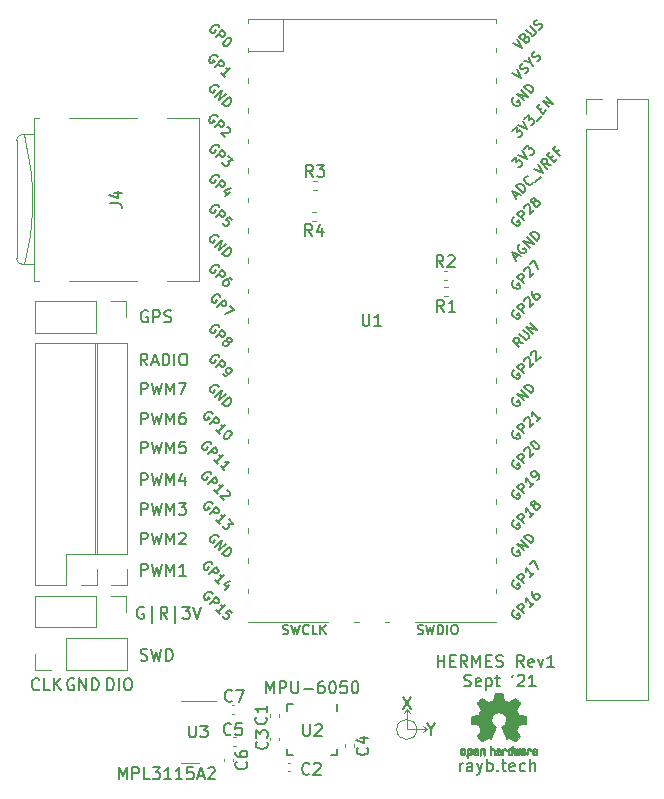
<source format=gbr>
%TF.GenerationSoftware,KiCad,Pcbnew,(5.1.10-1-10_14)*%
%TF.CreationDate,2021-10-09T22:57:50-04:00*%
%TF.ProjectId,Hermes_Pico,4865726d-6573-45f5-9069-636f2e6b6963,rev?*%
%TF.SameCoordinates,Original*%
%TF.FileFunction,Legend,Top*%
%TF.FilePolarity,Positive*%
%FSLAX46Y46*%
G04 Gerber Fmt 4.6, Leading zero omitted, Abs format (unit mm)*
G04 Created by KiCad (PCBNEW (5.1.10-1-10_14)) date 2021-10-09 22:57:50*
%MOMM*%
%LPD*%
G01*
G04 APERTURE LIST*
%ADD10C,0.150000*%
%ADD11C,0.120000*%
%ADD12C,0.010000*%
G04 APERTURE END LIST*
D10*
X252984523Y-120602380D02*
X252984523Y-119935714D01*
X252984523Y-120126190D02*
X253032142Y-120030952D01*
X253079761Y-119983333D01*
X253175000Y-119935714D01*
X253270238Y-119935714D01*
X254032142Y-120602380D02*
X254032142Y-120078571D01*
X253984523Y-119983333D01*
X253889285Y-119935714D01*
X253698809Y-119935714D01*
X253603571Y-119983333D01*
X254032142Y-120554761D02*
X253936904Y-120602380D01*
X253698809Y-120602380D01*
X253603571Y-120554761D01*
X253555952Y-120459523D01*
X253555952Y-120364285D01*
X253603571Y-120269047D01*
X253698809Y-120221428D01*
X253936904Y-120221428D01*
X254032142Y-120173809D01*
X254413095Y-119935714D02*
X254651190Y-120602380D01*
X254889285Y-119935714D02*
X254651190Y-120602380D01*
X254555952Y-120840476D01*
X254508333Y-120888095D01*
X254413095Y-120935714D01*
X255270238Y-120602380D02*
X255270238Y-119602380D01*
X255270238Y-119983333D02*
X255365476Y-119935714D01*
X255555952Y-119935714D01*
X255651190Y-119983333D01*
X255698809Y-120030952D01*
X255746428Y-120126190D01*
X255746428Y-120411904D01*
X255698809Y-120507142D01*
X255651190Y-120554761D01*
X255555952Y-120602380D01*
X255365476Y-120602380D01*
X255270238Y-120554761D01*
X256175000Y-120507142D02*
X256222619Y-120554761D01*
X256175000Y-120602380D01*
X256127380Y-120554761D01*
X256175000Y-120507142D01*
X256175000Y-120602380D01*
X256508333Y-119935714D02*
X256889285Y-119935714D01*
X256651190Y-119602380D02*
X256651190Y-120459523D01*
X256698809Y-120554761D01*
X256794047Y-120602380D01*
X256889285Y-120602380D01*
X257603571Y-120554761D02*
X257508333Y-120602380D01*
X257317857Y-120602380D01*
X257222619Y-120554761D01*
X257175000Y-120459523D01*
X257175000Y-120078571D01*
X257222619Y-119983333D01*
X257317857Y-119935714D01*
X257508333Y-119935714D01*
X257603571Y-119983333D01*
X257651190Y-120078571D01*
X257651190Y-120173809D01*
X257175000Y-120269047D01*
X258508333Y-120554761D02*
X258413095Y-120602380D01*
X258222619Y-120602380D01*
X258127380Y-120554761D01*
X258079761Y-120507142D01*
X258032142Y-120411904D01*
X258032142Y-120126190D01*
X258079761Y-120030952D01*
X258127380Y-119983333D01*
X258222619Y-119935714D01*
X258413095Y-119935714D01*
X258508333Y-119983333D01*
X258936904Y-120602380D02*
X258936904Y-119602380D01*
X259365476Y-120602380D02*
X259365476Y-120078571D01*
X259317857Y-119983333D01*
X259222619Y-119935714D01*
X259079761Y-119935714D01*
X258984523Y-119983333D01*
X258936904Y-120030952D01*
X250525000Y-117051190D02*
X250525000Y-117527380D01*
X250191666Y-116527380D02*
X250525000Y-117051190D01*
X250858333Y-116527380D01*
D11*
X249326469Y-117075000D02*
G75*
G03*
X249326469Y-117075000I-851469J0D01*
G01*
X250225000Y-117075000D02*
X248475000Y-117075000D01*
X250225000Y-117075000D02*
X249875000Y-116825000D01*
X250225000Y-117075000D02*
X249875000Y-117325000D01*
D10*
X251089285Y-111777380D02*
X251089285Y-110777380D01*
X251089285Y-111253571D02*
X251660714Y-111253571D01*
X251660714Y-111777380D02*
X251660714Y-110777380D01*
X252136904Y-111253571D02*
X252470238Y-111253571D01*
X252613095Y-111777380D02*
X252136904Y-111777380D01*
X252136904Y-110777380D01*
X252613095Y-110777380D01*
X253613095Y-111777380D02*
X253279761Y-111301190D01*
X253041666Y-111777380D02*
X253041666Y-110777380D01*
X253422619Y-110777380D01*
X253517857Y-110825000D01*
X253565476Y-110872619D01*
X253613095Y-110967857D01*
X253613095Y-111110714D01*
X253565476Y-111205952D01*
X253517857Y-111253571D01*
X253422619Y-111301190D01*
X253041666Y-111301190D01*
X254041666Y-111777380D02*
X254041666Y-110777380D01*
X254375000Y-111491666D01*
X254708333Y-110777380D01*
X254708333Y-111777380D01*
X255184523Y-111253571D02*
X255517857Y-111253571D01*
X255660714Y-111777380D02*
X255184523Y-111777380D01*
X255184523Y-110777380D01*
X255660714Y-110777380D01*
X256041666Y-111729761D02*
X256184523Y-111777380D01*
X256422619Y-111777380D01*
X256517857Y-111729761D01*
X256565476Y-111682142D01*
X256613095Y-111586904D01*
X256613095Y-111491666D01*
X256565476Y-111396428D01*
X256517857Y-111348809D01*
X256422619Y-111301190D01*
X256232142Y-111253571D01*
X256136904Y-111205952D01*
X256089285Y-111158333D01*
X256041666Y-111063095D01*
X256041666Y-110967857D01*
X256089285Y-110872619D01*
X256136904Y-110825000D01*
X256232142Y-110777380D01*
X256470238Y-110777380D01*
X256613095Y-110825000D01*
X258375000Y-111777380D02*
X258041666Y-111301190D01*
X257803571Y-111777380D02*
X257803571Y-110777380D01*
X258184523Y-110777380D01*
X258279761Y-110825000D01*
X258327380Y-110872619D01*
X258375000Y-110967857D01*
X258375000Y-111110714D01*
X258327380Y-111205952D01*
X258279761Y-111253571D01*
X258184523Y-111301190D01*
X257803571Y-111301190D01*
X259184523Y-111729761D02*
X259089285Y-111777380D01*
X258898809Y-111777380D01*
X258803571Y-111729761D01*
X258755952Y-111634523D01*
X258755952Y-111253571D01*
X258803571Y-111158333D01*
X258898809Y-111110714D01*
X259089285Y-111110714D01*
X259184523Y-111158333D01*
X259232142Y-111253571D01*
X259232142Y-111348809D01*
X258755952Y-111444047D01*
X259565476Y-111110714D02*
X259803571Y-111777380D01*
X260041666Y-111110714D01*
X260946428Y-111777380D02*
X260375000Y-111777380D01*
X260660714Y-111777380D02*
X260660714Y-110777380D01*
X260565476Y-110920238D01*
X260470238Y-111015476D01*
X260375000Y-111063095D01*
X253351190Y-113379761D02*
X253494047Y-113427380D01*
X253732142Y-113427380D01*
X253827380Y-113379761D01*
X253875000Y-113332142D01*
X253922619Y-113236904D01*
X253922619Y-113141666D01*
X253875000Y-113046428D01*
X253827380Y-112998809D01*
X253732142Y-112951190D01*
X253541666Y-112903571D01*
X253446428Y-112855952D01*
X253398809Y-112808333D01*
X253351190Y-112713095D01*
X253351190Y-112617857D01*
X253398809Y-112522619D01*
X253446428Y-112475000D01*
X253541666Y-112427380D01*
X253779761Y-112427380D01*
X253922619Y-112475000D01*
X254732142Y-113379761D02*
X254636904Y-113427380D01*
X254446428Y-113427380D01*
X254351190Y-113379761D01*
X254303571Y-113284523D01*
X254303571Y-112903571D01*
X254351190Y-112808333D01*
X254446428Y-112760714D01*
X254636904Y-112760714D01*
X254732142Y-112808333D01*
X254779761Y-112903571D01*
X254779761Y-112998809D01*
X254303571Y-113094047D01*
X255208333Y-112760714D02*
X255208333Y-113760714D01*
X255208333Y-112808333D02*
X255303571Y-112760714D01*
X255494047Y-112760714D01*
X255589285Y-112808333D01*
X255636904Y-112855952D01*
X255684523Y-112951190D01*
X255684523Y-113236904D01*
X255636904Y-113332142D01*
X255589285Y-113379761D01*
X255494047Y-113427380D01*
X255303571Y-113427380D01*
X255208333Y-113379761D01*
X255970238Y-112760714D02*
X256351190Y-112760714D01*
X256113095Y-112427380D02*
X256113095Y-113284523D01*
X256160714Y-113379761D01*
X256255952Y-113427380D01*
X256351190Y-113427380D01*
X257494047Y-112427380D02*
X257398809Y-112617857D01*
X257875000Y-112522619D02*
X257922619Y-112475000D01*
X258017857Y-112427380D01*
X258255952Y-112427380D01*
X258351190Y-112475000D01*
X258398809Y-112522619D01*
X258446428Y-112617857D01*
X258446428Y-112713095D01*
X258398809Y-112855952D01*
X257827380Y-113427380D01*
X258446428Y-113427380D01*
X259398809Y-113427380D02*
X258827380Y-113427380D01*
X259113095Y-113427380D02*
X259113095Y-112427380D01*
X259017857Y-112570238D01*
X258922619Y-112665476D01*
X258827380Y-112713095D01*
X248141666Y-114327380D02*
X248808333Y-115327380D01*
X248808333Y-114327380D02*
X248141666Y-115327380D01*
D11*
X248475000Y-115325000D02*
X248725000Y-115675000D01*
X248475000Y-115325000D02*
X248225000Y-115675000D01*
X248475000Y-115325000D02*
X248475000Y-117075000D01*
D10*
X225942857Y-111204761D02*
X226085714Y-111252380D01*
X226323809Y-111252380D01*
X226419047Y-111204761D01*
X226466666Y-111157142D01*
X226514285Y-111061904D01*
X226514285Y-110966666D01*
X226466666Y-110871428D01*
X226419047Y-110823809D01*
X226323809Y-110776190D01*
X226133333Y-110728571D01*
X226038095Y-110680952D01*
X225990476Y-110633333D01*
X225942857Y-110538095D01*
X225942857Y-110442857D01*
X225990476Y-110347619D01*
X226038095Y-110300000D01*
X226133333Y-110252380D01*
X226371428Y-110252380D01*
X226514285Y-110300000D01*
X226847619Y-110252380D02*
X227085714Y-111252380D01*
X227276190Y-110538095D01*
X227466666Y-111252380D01*
X227704761Y-110252380D01*
X228085714Y-111252380D02*
X228085714Y-110252380D01*
X228323809Y-110252380D01*
X228466666Y-110300000D01*
X228561904Y-110395238D01*
X228609523Y-110490476D01*
X228657142Y-110680952D01*
X228657142Y-110823809D01*
X228609523Y-111014285D01*
X228561904Y-111109523D01*
X228466666Y-111204761D01*
X228323809Y-111252380D01*
X228085714Y-111252380D01*
X220288095Y-112800000D02*
X220192857Y-112752380D01*
X220050000Y-112752380D01*
X219907142Y-112800000D01*
X219811904Y-112895238D01*
X219764285Y-112990476D01*
X219716666Y-113180952D01*
X219716666Y-113323809D01*
X219764285Y-113514285D01*
X219811904Y-113609523D01*
X219907142Y-113704761D01*
X220050000Y-113752380D01*
X220145238Y-113752380D01*
X220288095Y-113704761D01*
X220335714Y-113657142D01*
X220335714Y-113323809D01*
X220145238Y-113323809D01*
X220764285Y-113752380D02*
X220764285Y-112752380D01*
X221335714Y-113752380D01*
X221335714Y-112752380D01*
X221811904Y-113752380D02*
X221811904Y-112752380D01*
X222050000Y-112752380D01*
X222192857Y-112800000D01*
X222288095Y-112895238D01*
X222335714Y-112990476D01*
X222383333Y-113180952D01*
X222383333Y-113323809D01*
X222335714Y-113514285D01*
X222288095Y-113609523D01*
X222192857Y-113704761D01*
X222050000Y-113752380D01*
X221811904Y-113752380D01*
X223126190Y-113752380D02*
X223126190Y-112752380D01*
X223364285Y-112752380D01*
X223507142Y-112800000D01*
X223602380Y-112895238D01*
X223650000Y-112990476D01*
X223697619Y-113180952D01*
X223697619Y-113323809D01*
X223650000Y-113514285D01*
X223602380Y-113609523D01*
X223507142Y-113704761D01*
X223364285Y-113752380D01*
X223126190Y-113752380D01*
X224126190Y-113752380D02*
X224126190Y-112752380D01*
X224792857Y-112752380D02*
X224983333Y-112752380D01*
X225078571Y-112800000D01*
X225173809Y-112895238D01*
X225221428Y-113085714D01*
X225221428Y-113419047D01*
X225173809Y-113609523D01*
X225078571Y-113704761D01*
X224983333Y-113752380D01*
X224792857Y-113752380D01*
X224697619Y-113704761D01*
X224602380Y-113609523D01*
X224554761Y-113419047D01*
X224554761Y-113085714D01*
X224602380Y-112895238D01*
X224697619Y-112800000D01*
X224792857Y-112752380D01*
X217354761Y-113657142D02*
X217307142Y-113704761D01*
X217164285Y-113752380D01*
X217069047Y-113752380D01*
X216926190Y-113704761D01*
X216830952Y-113609523D01*
X216783333Y-113514285D01*
X216735714Y-113323809D01*
X216735714Y-113180952D01*
X216783333Y-112990476D01*
X216830952Y-112895238D01*
X216926190Y-112800000D01*
X217069047Y-112752380D01*
X217164285Y-112752380D01*
X217307142Y-112800000D01*
X217354761Y-112847619D01*
X218259523Y-113752380D02*
X217783333Y-113752380D01*
X217783333Y-112752380D01*
X218592857Y-113752380D02*
X218592857Y-112752380D01*
X219164285Y-113752380D02*
X218735714Y-113180952D01*
X219164285Y-112752380D02*
X218592857Y-113323809D01*
X226204761Y-106750000D02*
X226109523Y-106702380D01*
X225966666Y-106702380D01*
X225823809Y-106750000D01*
X225728571Y-106845238D01*
X225680952Y-106940476D01*
X225633333Y-107130952D01*
X225633333Y-107273809D01*
X225680952Y-107464285D01*
X225728571Y-107559523D01*
X225823809Y-107654761D01*
X225966666Y-107702380D01*
X226061904Y-107702380D01*
X226204761Y-107654761D01*
X226252380Y-107607142D01*
X226252380Y-107273809D01*
X226061904Y-107273809D01*
X226919047Y-108035714D02*
X226919047Y-106607142D01*
X228204761Y-107702380D02*
X227871428Y-107226190D01*
X227633333Y-107702380D02*
X227633333Y-106702380D01*
X228014285Y-106702380D01*
X228109523Y-106750000D01*
X228157142Y-106797619D01*
X228204761Y-106892857D01*
X228204761Y-107035714D01*
X228157142Y-107130952D01*
X228109523Y-107178571D01*
X228014285Y-107226190D01*
X227633333Y-107226190D01*
X228871428Y-108035714D02*
X228871428Y-106607142D01*
X229490476Y-106702380D02*
X230109523Y-106702380D01*
X229776190Y-107083333D01*
X229919047Y-107083333D01*
X230014285Y-107130952D01*
X230061904Y-107178571D01*
X230109523Y-107273809D01*
X230109523Y-107511904D01*
X230061904Y-107607142D01*
X230014285Y-107654761D01*
X229919047Y-107702380D01*
X229633333Y-107702380D01*
X229538095Y-107654761D01*
X229490476Y-107607142D01*
X230395238Y-106702380D02*
X230728571Y-107702380D01*
X231061904Y-106702380D01*
X225969047Y-104052380D02*
X225969047Y-103052380D01*
X226350000Y-103052380D01*
X226445238Y-103100000D01*
X226492857Y-103147619D01*
X226540476Y-103242857D01*
X226540476Y-103385714D01*
X226492857Y-103480952D01*
X226445238Y-103528571D01*
X226350000Y-103576190D01*
X225969047Y-103576190D01*
X226873809Y-103052380D02*
X227111904Y-104052380D01*
X227302380Y-103338095D01*
X227492857Y-104052380D01*
X227730952Y-103052380D01*
X228111904Y-104052380D02*
X228111904Y-103052380D01*
X228445238Y-103766666D01*
X228778571Y-103052380D01*
X228778571Y-104052380D01*
X229778571Y-104052380D02*
X229207142Y-104052380D01*
X229492857Y-104052380D02*
X229492857Y-103052380D01*
X229397619Y-103195238D01*
X229302380Y-103290476D01*
X229207142Y-103338095D01*
X225969047Y-101402380D02*
X225969047Y-100402380D01*
X226350000Y-100402380D01*
X226445238Y-100450000D01*
X226492857Y-100497619D01*
X226540476Y-100592857D01*
X226540476Y-100735714D01*
X226492857Y-100830952D01*
X226445238Y-100878571D01*
X226350000Y-100926190D01*
X225969047Y-100926190D01*
X226873809Y-100402380D02*
X227111904Y-101402380D01*
X227302380Y-100688095D01*
X227492857Y-101402380D01*
X227730952Y-100402380D01*
X228111904Y-101402380D02*
X228111904Y-100402380D01*
X228445238Y-101116666D01*
X228778571Y-100402380D01*
X228778571Y-101402380D01*
X229207142Y-100497619D02*
X229254761Y-100450000D01*
X229350000Y-100402380D01*
X229588095Y-100402380D01*
X229683333Y-100450000D01*
X229730952Y-100497619D01*
X229778571Y-100592857D01*
X229778571Y-100688095D01*
X229730952Y-100830952D01*
X229159523Y-101402380D01*
X229778571Y-101402380D01*
X225969047Y-98902380D02*
X225969047Y-97902380D01*
X226350000Y-97902380D01*
X226445238Y-97950000D01*
X226492857Y-97997619D01*
X226540476Y-98092857D01*
X226540476Y-98235714D01*
X226492857Y-98330952D01*
X226445238Y-98378571D01*
X226350000Y-98426190D01*
X225969047Y-98426190D01*
X226873809Y-97902380D02*
X227111904Y-98902380D01*
X227302380Y-98188095D01*
X227492857Y-98902380D01*
X227730952Y-97902380D01*
X228111904Y-98902380D02*
X228111904Y-97902380D01*
X228445238Y-98616666D01*
X228778571Y-97902380D01*
X228778571Y-98902380D01*
X229159523Y-97902380D02*
X229778571Y-97902380D01*
X229445238Y-98283333D01*
X229588095Y-98283333D01*
X229683333Y-98330952D01*
X229730952Y-98378571D01*
X229778571Y-98473809D01*
X229778571Y-98711904D01*
X229730952Y-98807142D01*
X229683333Y-98854761D01*
X229588095Y-98902380D01*
X229302380Y-98902380D01*
X229207142Y-98854761D01*
X229159523Y-98807142D01*
X225969047Y-96402380D02*
X225969047Y-95402380D01*
X226350000Y-95402380D01*
X226445238Y-95450000D01*
X226492857Y-95497619D01*
X226540476Y-95592857D01*
X226540476Y-95735714D01*
X226492857Y-95830952D01*
X226445238Y-95878571D01*
X226350000Y-95926190D01*
X225969047Y-95926190D01*
X226873809Y-95402380D02*
X227111904Y-96402380D01*
X227302380Y-95688095D01*
X227492857Y-96402380D01*
X227730952Y-95402380D01*
X228111904Y-96402380D02*
X228111904Y-95402380D01*
X228445238Y-96116666D01*
X228778571Y-95402380D01*
X228778571Y-96402380D01*
X229683333Y-95735714D02*
X229683333Y-96402380D01*
X229445238Y-95354761D02*
X229207142Y-96069047D01*
X229826190Y-96069047D01*
X225969047Y-93702380D02*
X225969047Y-92702380D01*
X226350000Y-92702380D01*
X226445238Y-92750000D01*
X226492857Y-92797619D01*
X226540476Y-92892857D01*
X226540476Y-93035714D01*
X226492857Y-93130952D01*
X226445238Y-93178571D01*
X226350000Y-93226190D01*
X225969047Y-93226190D01*
X226873809Y-92702380D02*
X227111904Y-93702380D01*
X227302380Y-92988095D01*
X227492857Y-93702380D01*
X227730952Y-92702380D01*
X228111904Y-93702380D02*
X228111904Y-92702380D01*
X228445238Y-93416666D01*
X228778571Y-92702380D01*
X228778571Y-93702380D01*
X229730952Y-92702380D02*
X229254761Y-92702380D01*
X229207142Y-93178571D01*
X229254761Y-93130952D01*
X229350000Y-93083333D01*
X229588095Y-93083333D01*
X229683333Y-93130952D01*
X229730952Y-93178571D01*
X229778571Y-93273809D01*
X229778571Y-93511904D01*
X229730952Y-93607142D01*
X229683333Y-93654761D01*
X229588095Y-93702380D01*
X229350000Y-93702380D01*
X229254761Y-93654761D01*
X229207142Y-93607142D01*
X225969047Y-91252380D02*
X225969047Y-90252380D01*
X226350000Y-90252380D01*
X226445238Y-90300000D01*
X226492857Y-90347619D01*
X226540476Y-90442857D01*
X226540476Y-90585714D01*
X226492857Y-90680952D01*
X226445238Y-90728571D01*
X226350000Y-90776190D01*
X225969047Y-90776190D01*
X226873809Y-90252380D02*
X227111904Y-91252380D01*
X227302380Y-90538095D01*
X227492857Y-91252380D01*
X227730952Y-90252380D01*
X228111904Y-91252380D02*
X228111904Y-90252380D01*
X228445238Y-90966666D01*
X228778571Y-90252380D01*
X228778571Y-91252380D01*
X229683333Y-90252380D02*
X229492857Y-90252380D01*
X229397619Y-90300000D01*
X229350000Y-90347619D01*
X229254761Y-90490476D01*
X229207142Y-90680952D01*
X229207142Y-91061904D01*
X229254761Y-91157142D01*
X229302380Y-91204761D01*
X229397619Y-91252380D01*
X229588095Y-91252380D01*
X229683333Y-91204761D01*
X229730952Y-91157142D01*
X229778571Y-91061904D01*
X229778571Y-90823809D01*
X229730952Y-90728571D01*
X229683333Y-90680952D01*
X229588095Y-90633333D01*
X229397619Y-90633333D01*
X229302380Y-90680952D01*
X229254761Y-90728571D01*
X229207142Y-90823809D01*
X225969047Y-88702380D02*
X225969047Y-87702380D01*
X226350000Y-87702380D01*
X226445238Y-87750000D01*
X226492857Y-87797619D01*
X226540476Y-87892857D01*
X226540476Y-88035714D01*
X226492857Y-88130952D01*
X226445238Y-88178571D01*
X226350000Y-88226190D01*
X225969047Y-88226190D01*
X226873809Y-87702380D02*
X227111904Y-88702380D01*
X227302380Y-87988095D01*
X227492857Y-88702380D01*
X227730952Y-87702380D01*
X228111904Y-88702380D02*
X228111904Y-87702380D01*
X228445238Y-88416666D01*
X228778571Y-87702380D01*
X228778571Y-88702380D01*
X229159523Y-87702380D02*
X229826190Y-87702380D01*
X229397619Y-88702380D01*
X226519047Y-86252380D02*
X226185714Y-85776190D01*
X225947619Y-86252380D02*
X225947619Y-85252380D01*
X226328571Y-85252380D01*
X226423809Y-85300000D01*
X226471428Y-85347619D01*
X226519047Y-85442857D01*
X226519047Y-85585714D01*
X226471428Y-85680952D01*
X226423809Y-85728571D01*
X226328571Y-85776190D01*
X225947619Y-85776190D01*
X226900000Y-85966666D02*
X227376190Y-85966666D01*
X226804761Y-86252380D02*
X227138095Y-85252380D01*
X227471428Y-86252380D01*
X227804761Y-86252380D02*
X227804761Y-85252380D01*
X228042857Y-85252380D01*
X228185714Y-85300000D01*
X228280952Y-85395238D01*
X228328571Y-85490476D01*
X228376190Y-85680952D01*
X228376190Y-85823809D01*
X228328571Y-86014285D01*
X228280952Y-86109523D01*
X228185714Y-86204761D01*
X228042857Y-86252380D01*
X227804761Y-86252380D01*
X228804761Y-86252380D02*
X228804761Y-85252380D01*
X229471428Y-85252380D02*
X229661904Y-85252380D01*
X229757142Y-85300000D01*
X229852380Y-85395238D01*
X229900000Y-85585714D01*
X229900000Y-85919047D01*
X229852380Y-86109523D01*
X229757142Y-86204761D01*
X229661904Y-86252380D01*
X229471428Y-86252380D01*
X229376190Y-86204761D01*
X229280952Y-86109523D01*
X229233333Y-85919047D01*
X229233333Y-85585714D01*
X229280952Y-85395238D01*
X229376190Y-85300000D01*
X229471428Y-85252380D01*
X226535714Y-81650000D02*
X226440476Y-81602380D01*
X226297619Y-81602380D01*
X226154761Y-81650000D01*
X226059523Y-81745238D01*
X226011904Y-81840476D01*
X225964285Y-82030952D01*
X225964285Y-82173809D01*
X226011904Y-82364285D01*
X226059523Y-82459523D01*
X226154761Y-82554761D01*
X226297619Y-82602380D01*
X226392857Y-82602380D01*
X226535714Y-82554761D01*
X226583333Y-82507142D01*
X226583333Y-82173809D01*
X226392857Y-82173809D01*
X227011904Y-82602380D02*
X227011904Y-81602380D01*
X227392857Y-81602380D01*
X227488095Y-81650000D01*
X227535714Y-81697619D01*
X227583333Y-81792857D01*
X227583333Y-81935714D01*
X227535714Y-82030952D01*
X227488095Y-82078571D01*
X227392857Y-82126190D01*
X227011904Y-82126190D01*
X227964285Y-82554761D02*
X228107142Y-82602380D01*
X228345238Y-82602380D01*
X228440476Y-82554761D01*
X228488095Y-82507142D01*
X228535714Y-82411904D01*
X228535714Y-82316666D01*
X228488095Y-82221428D01*
X228440476Y-82173809D01*
X228345238Y-82126190D01*
X228154761Y-82078571D01*
X228059523Y-82030952D01*
X228011904Y-81983333D01*
X227964285Y-81888095D01*
X227964285Y-81792857D01*
X228011904Y-81697619D01*
X228059523Y-81650000D01*
X228154761Y-81602380D01*
X228392857Y-81602380D01*
X228535714Y-81650000D01*
D12*
%TO.C,REF\u002A\u002A*%
G36*
X253849744Y-118644918D02*
G01*
X253905201Y-118672568D01*
X253954148Y-118723480D01*
X253967629Y-118742338D01*
X253982314Y-118767015D01*
X253991842Y-118793816D01*
X253997293Y-118829587D01*
X253999747Y-118881169D01*
X254000286Y-118949267D01*
X253997852Y-119042588D01*
X253989394Y-119112657D01*
X253973174Y-119164931D01*
X253947454Y-119204869D01*
X253910497Y-119237929D01*
X253907782Y-119239886D01*
X253871360Y-119259908D01*
X253827502Y-119269815D01*
X253771724Y-119272257D01*
X253681048Y-119272257D01*
X253681010Y-119360283D01*
X253680166Y-119409308D01*
X253675024Y-119438065D01*
X253661587Y-119455311D01*
X253635858Y-119469808D01*
X253629679Y-119472769D01*
X253600764Y-119486648D01*
X253578376Y-119495414D01*
X253561729Y-119496171D01*
X253550036Y-119486023D01*
X253542510Y-119462073D01*
X253538366Y-119421426D01*
X253536815Y-119361186D01*
X253537071Y-119278455D01*
X253538349Y-119170339D01*
X253538748Y-119138000D01*
X253540185Y-119026524D01*
X253541472Y-118953603D01*
X253680971Y-118953603D01*
X253681755Y-119015499D01*
X253685240Y-119055997D01*
X253693124Y-119082708D01*
X253707105Y-119103244D01*
X253716597Y-119113260D01*
X253755404Y-119142567D01*
X253789763Y-119144952D01*
X253825216Y-119120750D01*
X253826114Y-119119857D01*
X253840539Y-119101153D01*
X253849313Y-119075732D01*
X253853739Y-119036584D01*
X253855118Y-118976697D01*
X253855143Y-118963430D01*
X253851812Y-118880901D01*
X253840969Y-118823691D01*
X253821340Y-118788766D01*
X253791650Y-118773094D01*
X253774491Y-118771514D01*
X253733766Y-118778926D01*
X253705832Y-118803330D01*
X253689017Y-118847980D01*
X253681650Y-118916130D01*
X253680971Y-118953603D01*
X253541472Y-118953603D01*
X253541708Y-118940245D01*
X253543677Y-118875333D01*
X253546450Y-118827958D01*
X253550388Y-118794290D01*
X253555849Y-118770498D01*
X253563192Y-118752753D01*
X253572777Y-118737224D01*
X253576887Y-118731381D01*
X253631405Y-118676185D01*
X253700336Y-118644890D01*
X253780072Y-118636165D01*
X253849744Y-118644918D01*
G37*
X253849744Y-118644918D02*
X253905201Y-118672568D01*
X253954148Y-118723480D01*
X253967629Y-118742338D01*
X253982314Y-118767015D01*
X253991842Y-118793816D01*
X253997293Y-118829587D01*
X253999747Y-118881169D01*
X254000286Y-118949267D01*
X253997852Y-119042588D01*
X253989394Y-119112657D01*
X253973174Y-119164931D01*
X253947454Y-119204869D01*
X253910497Y-119237929D01*
X253907782Y-119239886D01*
X253871360Y-119259908D01*
X253827502Y-119269815D01*
X253771724Y-119272257D01*
X253681048Y-119272257D01*
X253681010Y-119360283D01*
X253680166Y-119409308D01*
X253675024Y-119438065D01*
X253661587Y-119455311D01*
X253635858Y-119469808D01*
X253629679Y-119472769D01*
X253600764Y-119486648D01*
X253578376Y-119495414D01*
X253561729Y-119496171D01*
X253550036Y-119486023D01*
X253542510Y-119462073D01*
X253538366Y-119421426D01*
X253536815Y-119361186D01*
X253537071Y-119278455D01*
X253538349Y-119170339D01*
X253538748Y-119138000D01*
X253540185Y-119026524D01*
X253541472Y-118953603D01*
X253680971Y-118953603D01*
X253681755Y-119015499D01*
X253685240Y-119055997D01*
X253693124Y-119082708D01*
X253707105Y-119103244D01*
X253716597Y-119113260D01*
X253755404Y-119142567D01*
X253789763Y-119144952D01*
X253825216Y-119120750D01*
X253826114Y-119119857D01*
X253840539Y-119101153D01*
X253849313Y-119075732D01*
X253853739Y-119036584D01*
X253855118Y-118976697D01*
X253855143Y-118963430D01*
X253851812Y-118880901D01*
X253840969Y-118823691D01*
X253821340Y-118788766D01*
X253791650Y-118773094D01*
X253774491Y-118771514D01*
X253733766Y-118778926D01*
X253705832Y-118803330D01*
X253689017Y-118847980D01*
X253681650Y-118916130D01*
X253680971Y-118953603D01*
X253541472Y-118953603D01*
X253541708Y-118940245D01*
X253543677Y-118875333D01*
X253546450Y-118827958D01*
X253550388Y-118794290D01*
X253555849Y-118770498D01*
X253563192Y-118752753D01*
X253572777Y-118737224D01*
X253576887Y-118731381D01*
X253631405Y-118676185D01*
X253700336Y-118644890D01*
X253780072Y-118636165D01*
X253849744Y-118644918D01*
G36*
X254966093Y-118652780D02*
G01*
X255012672Y-118679723D01*
X255045057Y-118706466D01*
X255068742Y-118734484D01*
X255085059Y-118768748D01*
X255095339Y-118814227D01*
X255100914Y-118875892D01*
X255103116Y-118958711D01*
X255103371Y-119018246D01*
X255103371Y-119237391D01*
X255041686Y-119265044D01*
X254980000Y-119292697D01*
X254972743Y-119052670D01*
X254969744Y-118963028D01*
X254966598Y-118897962D01*
X254962701Y-118853026D01*
X254957447Y-118823770D01*
X254950231Y-118805748D01*
X254940450Y-118794511D01*
X254937312Y-118792079D01*
X254889761Y-118773083D01*
X254841697Y-118780600D01*
X254813086Y-118800543D01*
X254801447Y-118814675D01*
X254793391Y-118833220D01*
X254788271Y-118861334D01*
X254785441Y-118904173D01*
X254784256Y-118966895D01*
X254784057Y-119032261D01*
X254784018Y-119114268D01*
X254782614Y-119172316D01*
X254777914Y-119211465D01*
X254767987Y-119236780D01*
X254750903Y-119253323D01*
X254724732Y-119266156D01*
X254689775Y-119279491D01*
X254651596Y-119294007D01*
X254656141Y-119036389D01*
X254657971Y-118943519D01*
X254660112Y-118874889D01*
X254663181Y-118825711D01*
X254667794Y-118791198D01*
X254674568Y-118766562D01*
X254684119Y-118747016D01*
X254695634Y-118729770D01*
X254751190Y-118674680D01*
X254818980Y-118642822D01*
X254892713Y-118635191D01*
X254966093Y-118652780D01*
G37*
X254966093Y-118652780D02*
X255012672Y-118679723D01*
X255045057Y-118706466D01*
X255068742Y-118734484D01*
X255085059Y-118768748D01*
X255095339Y-118814227D01*
X255100914Y-118875892D01*
X255103116Y-118958711D01*
X255103371Y-119018246D01*
X255103371Y-119237391D01*
X255041686Y-119265044D01*
X254980000Y-119292697D01*
X254972743Y-119052670D01*
X254969744Y-118963028D01*
X254966598Y-118897962D01*
X254962701Y-118853026D01*
X254957447Y-118823770D01*
X254950231Y-118805748D01*
X254940450Y-118794511D01*
X254937312Y-118792079D01*
X254889761Y-118773083D01*
X254841697Y-118780600D01*
X254813086Y-118800543D01*
X254801447Y-118814675D01*
X254793391Y-118833220D01*
X254788271Y-118861334D01*
X254785441Y-118904173D01*
X254784256Y-118966895D01*
X254784057Y-119032261D01*
X254784018Y-119114268D01*
X254782614Y-119172316D01*
X254777914Y-119211465D01*
X254767987Y-119236780D01*
X254750903Y-119253323D01*
X254724732Y-119266156D01*
X254689775Y-119279491D01*
X254651596Y-119294007D01*
X254656141Y-119036389D01*
X254657971Y-118943519D01*
X254660112Y-118874889D01*
X254663181Y-118825711D01*
X254667794Y-118791198D01*
X254674568Y-118766562D01*
X254684119Y-118747016D01*
X254695634Y-118729770D01*
X254751190Y-118674680D01*
X254818980Y-118642822D01*
X254892713Y-118635191D01*
X254966093Y-118652780D01*
G36*
X253291115Y-118646962D02*
G01*
X253359145Y-118682733D01*
X253409351Y-118740301D01*
X253427185Y-118777312D01*
X253441063Y-118832882D01*
X253448167Y-118903096D01*
X253448840Y-118979727D01*
X253443427Y-119054552D01*
X253432270Y-119119342D01*
X253415714Y-119165873D01*
X253410626Y-119173887D01*
X253350355Y-119233707D01*
X253278769Y-119269535D01*
X253201092Y-119280020D01*
X253122548Y-119263810D01*
X253100689Y-119254092D01*
X253058122Y-119224143D01*
X253020763Y-119184433D01*
X253017232Y-119179397D01*
X253002881Y-119155124D01*
X252993394Y-119129178D01*
X252987790Y-119095022D01*
X252985086Y-119046119D01*
X252984299Y-118975935D01*
X252984286Y-118960200D01*
X252984322Y-118955192D01*
X253129429Y-118955192D01*
X253130273Y-119021430D01*
X253133596Y-119065386D01*
X253140583Y-119093779D01*
X253152416Y-119113325D01*
X253158457Y-119119857D01*
X253193186Y-119144680D01*
X253226903Y-119143548D01*
X253260995Y-119122016D01*
X253281329Y-119099029D01*
X253293371Y-119065478D01*
X253300134Y-119012569D01*
X253300598Y-119006399D01*
X253301752Y-118910513D01*
X253289688Y-118839299D01*
X253264570Y-118793194D01*
X253226560Y-118772635D01*
X253212992Y-118771514D01*
X253177364Y-118777152D01*
X253152994Y-118796686D01*
X253138093Y-118834042D01*
X253130875Y-118893150D01*
X253129429Y-118955192D01*
X252984322Y-118955192D01*
X252984826Y-118885413D01*
X252987096Y-118833159D01*
X252992068Y-118796949D01*
X253000713Y-118770299D01*
X253014005Y-118746722D01*
X253016943Y-118742338D01*
X253066313Y-118683249D01*
X253120109Y-118648947D01*
X253185602Y-118635331D01*
X253207842Y-118634665D01*
X253291115Y-118646962D01*
G37*
X253291115Y-118646962D02*
X253359145Y-118682733D01*
X253409351Y-118740301D01*
X253427185Y-118777312D01*
X253441063Y-118832882D01*
X253448167Y-118903096D01*
X253448840Y-118979727D01*
X253443427Y-119054552D01*
X253432270Y-119119342D01*
X253415714Y-119165873D01*
X253410626Y-119173887D01*
X253350355Y-119233707D01*
X253278769Y-119269535D01*
X253201092Y-119280020D01*
X253122548Y-119263810D01*
X253100689Y-119254092D01*
X253058122Y-119224143D01*
X253020763Y-119184433D01*
X253017232Y-119179397D01*
X253002881Y-119155124D01*
X252993394Y-119129178D01*
X252987790Y-119095022D01*
X252985086Y-119046119D01*
X252984299Y-118975935D01*
X252984286Y-118960200D01*
X252984322Y-118955192D01*
X253129429Y-118955192D01*
X253130273Y-119021430D01*
X253133596Y-119065386D01*
X253140583Y-119093779D01*
X253152416Y-119113325D01*
X253158457Y-119119857D01*
X253193186Y-119144680D01*
X253226903Y-119143548D01*
X253260995Y-119122016D01*
X253281329Y-119099029D01*
X253293371Y-119065478D01*
X253300134Y-119012569D01*
X253300598Y-119006399D01*
X253301752Y-118910513D01*
X253289688Y-118839299D01*
X253264570Y-118793194D01*
X253226560Y-118772635D01*
X253212992Y-118771514D01*
X253177364Y-118777152D01*
X253152994Y-118796686D01*
X253138093Y-118834042D01*
X253130875Y-118893150D01*
X253129429Y-118955192D01*
X252984322Y-118955192D01*
X252984826Y-118885413D01*
X252987096Y-118833159D01*
X252992068Y-118796949D01*
X253000713Y-118770299D01*
X253014005Y-118746722D01*
X253016943Y-118742338D01*
X253066313Y-118683249D01*
X253120109Y-118648947D01*
X253185602Y-118635331D01*
X253207842Y-118634665D01*
X253291115Y-118646962D01*
G36*
X254418303Y-118656239D02*
G01*
X254475527Y-118694735D01*
X254519749Y-118750335D01*
X254546167Y-118821086D01*
X254551510Y-118873162D01*
X254550903Y-118894893D01*
X254545822Y-118911531D01*
X254531855Y-118926437D01*
X254504589Y-118942973D01*
X254459612Y-118964498D01*
X254392511Y-118994374D01*
X254392171Y-118994524D01*
X254330407Y-119022813D01*
X254279759Y-119047933D01*
X254245404Y-119067179D01*
X254232518Y-119077848D01*
X254232514Y-119077934D01*
X254243872Y-119101166D01*
X254270431Y-119126774D01*
X254300923Y-119145221D01*
X254316370Y-119148886D01*
X254358515Y-119136212D01*
X254394808Y-119104471D01*
X254412517Y-119069572D01*
X254429552Y-119043845D01*
X254462922Y-119014546D01*
X254502149Y-118989235D01*
X254536756Y-118975471D01*
X254543993Y-118974714D01*
X254552139Y-118987160D01*
X254552630Y-119018972D01*
X254546643Y-119061866D01*
X254535357Y-119107558D01*
X254519950Y-119147761D01*
X254519171Y-119149322D01*
X254472804Y-119214062D01*
X254412711Y-119258097D01*
X254344465Y-119279711D01*
X254273638Y-119277185D01*
X254205804Y-119248804D01*
X254202788Y-119246808D01*
X254149427Y-119198448D01*
X254114340Y-119135352D01*
X254094922Y-119052387D01*
X254092316Y-119029078D01*
X254087701Y-118919055D01*
X254093233Y-118867748D01*
X254232514Y-118867748D01*
X254234324Y-118899753D01*
X254244222Y-118909093D01*
X254268898Y-118902105D01*
X254307795Y-118885587D01*
X254351275Y-118864881D01*
X254352356Y-118864333D01*
X254389209Y-118844949D01*
X254404000Y-118832013D01*
X254400353Y-118818451D01*
X254384995Y-118800632D01*
X254345923Y-118774845D01*
X254303846Y-118772950D01*
X254266103Y-118791717D01*
X254240034Y-118827915D01*
X254232514Y-118867748D01*
X254093233Y-118867748D01*
X254097194Y-118831027D01*
X254121550Y-118761212D01*
X254155456Y-118712302D01*
X254216653Y-118662878D01*
X254284063Y-118638359D01*
X254352880Y-118636797D01*
X254418303Y-118656239D01*
G37*
X254418303Y-118656239D02*
X254475527Y-118694735D01*
X254519749Y-118750335D01*
X254546167Y-118821086D01*
X254551510Y-118873162D01*
X254550903Y-118894893D01*
X254545822Y-118911531D01*
X254531855Y-118926437D01*
X254504589Y-118942973D01*
X254459612Y-118964498D01*
X254392511Y-118994374D01*
X254392171Y-118994524D01*
X254330407Y-119022813D01*
X254279759Y-119047933D01*
X254245404Y-119067179D01*
X254232518Y-119077848D01*
X254232514Y-119077934D01*
X254243872Y-119101166D01*
X254270431Y-119126774D01*
X254300923Y-119145221D01*
X254316370Y-119148886D01*
X254358515Y-119136212D01*
X254394808Y-119104471D01*
X254412517Y-119069572D01*
X254429552Y-119043845D01*
X254462922Y-119014546D01*
X254502149Y-118989235D01*
X254536756Y-118975471D01*
X254543993Y-118974714D01*
X254552139Y-118987160D01*
X254552630Y-119018972D01*
X254546643Y-119061866D01*
X254535357Y-119107558D01*
X254519950Y-119147761D01*
X254519171Y-119149322D01*
X254472804Y-119214062D01*
X254412711Y-119258097D01*
X254344465Y-119279711D01*
X254273638Y-119277185D01*
X254205804Y-119248804D01*
X254202788Y-119246808D01*
X254149427Y-119198448D01*
X254114340Y-119135352D01*
X254094922Y-119052387D01*
X254092316Y-119029078D01*
X254087701Y-118919055D01*
X254093233Y-118867748D01*
X254232514Y-118867748D01*
X254234324Y-118899753D01*
X254244222Y-118909093D01*
X254268898Y-118902105D01*
X254307795Y-118885587D01*
X254351275Y-118864881D01*
X254352356Y-118864333D01*
X254389209Y-118844949D01*
X254404000Y-118832013D01*
X254400353Y-118818451D01*
X254384995Y-118800632D01*
X254345923Y-118774845D01*
X254303846Y-118772950D01*
X254266103Y-118791717D01*
X254240034Y-118827915D01*
X254232514Y-118867748D01*
X254093233Y-118867748D01*
X254097194Y-118831027D01*
X254121550Y-118761212D01*
X254155456Y-118712302D01*
X254216653Y-118662878D01*
X254284063Y-118638359D01*
X254352880Y-118636797D01*
X254418303Y-118656239D01*
G36*
X255625886Y-118576289D02*
G01*
X255630139Y-118635613D01*
X255635025Y-118670572D01*
X255641795Y-118685820D01*
X255651702Y-118686015D01*
X255654914Y-118684195D01*
X255697644Y-118671015D01*
X255753227Y-118671785D01*
X255809737Y-118685333D01*
X255845082Y-118702861D01*
X255881321Y-118730861D01*
X255907813Y-118762549D01*
X255925999Y-118802813D01*
X255937322Y-118856543D01*
X255943222Y-118928626D01*
X255945143Y-119023951D01*
X255945177Y-119042237D01*
X255945200Y-119247646D01*
X255899491Y-119263580D01*
X255867027Y-119274420D01*
X255849215Y-119279468D01*
X255848691Y-119279514D01*
X255846937Y-119265828D01*
X255845444Y-119228076D01*
X255844326Y-119171224D01*
X255843697Y-119100234D01*
X255843600Y-119057073D01*
X255843398Y-118971973D01*
X255842358Y-118910981D01*
X255839831Y-118869177D01*
X255835164Y-118841642D01*
X255827707Y-118823456D01*
X255816811Y-118809698D01*
X255810007Y-118803073D01*
X255763272Y-118776375D01*
X255712272Y-118774375D01*
X255666001Y-118796955D01*
X255657444Y-118805107D01*
X255644893Y-118820436D01*
X255636188Y-118838618D01*
X255630631Y-118864909D01*
X255627526Y-118904562D01*
X255626176Y-118962832D01*
X255625886Y-119043173D01*
X255625886Y-119247646D01*
X255580177Y-119263580D01*
X255547713Y-119274420D01*
X255529901Y-119279468D01*
X255529377Y-119279514D01*
X255528037Y-119265623D01*
X255526828Y-119226439D01*
X255525801Y-119165700D01*
X255525002Y-119087141D01*
X255524481Y-118994498D01*
X255524286Y-118891509D01*
X255524286Y-118494342D01*
X255571457Y-118474444D01*
X255618629Y-118454547D01*
X255625886Y-118576289D01*
G37*
X255625886Y-118576289D02*
X255630139Y-118635613D01*
X255635025Y-118670572D01*
X255641795Y-118685820D01*
X255651702Y-118686015D01*
X255654914Y-118684195D01*
X255697644Y-118671015D01*
X255753227Y-118671785D01*
X255809737Y-118685333D01*
X255845082Y-118702861D01*
X255881321Y-118730861D01*
X255907813Y-118762549D01*
X255925999Y-118802813D01*
X255937322Y-118856543D01*
X255943222Y-118928626D01*
X255945143Y-119023951D01*
X255945177Y-119042237D01*
X255945200Y-119247646D01*
X255899491Y-119263580D01*
X255867027Y-119274420D01*
X255849215Y-119279468D01*
X255848691Y-119279514D01*
X255846937Y-119265828D01*
X255845444Y-119228076D01*
X255844326Y-119171224D01*
X255843697Y-119100234D01*
X255843600Y-119057073D01*
X255843398Y-118971973D01*
X255842358Y-118910981D01*
X255839831Y-118869177D01*
X255835164Y-118841642D01*
X255827707Y-118823456D01*
X255816811Y-118809698D01*
X255810007Y-118803073D01*
X255763272Y-118776375D01*
X255712272Y-118774375D01*
X255666001Y-118796955D01*
X255657444Y-118805107D01*
X255644893Y-118820436D01*
X255636188Y-118838618D01*
X255630631Y-118864909D01*
X255627526Y-118904562D01*
X255626176Y-118962832D01*
X255625886Y-119043173D01*
X255625886Y-119247646D01*
X255580177Y-119263580D01*
X255547713Y-119274420D01*
X255529901Y-119279468D01*
X255529377Y-119279514D01*
X255528037Y-119265623D01*
X255526828Y-119226439D01*
X255525801Y-119165700D01*
X255525002Y-119087141D01*
X255524481Y-118994498D01*
X255524286Y-118891509D01*
X255524286Y-118494342D01*
X255571457Y-118474444D01*
X255618629Y-118454547D01*
X255625886Y-118576289D01*
G36*
X256289744Y-118675968D02*
G01*
X256346616Y-118697087D01*
X256347267Y-118697493D01*
X256382440Y-118723380D01*
X256408407Y-118753633D01*
X256426670Y-118793058D01*
X256438732Y-118846462D01*
X256446096Y-118918651D01*
X256450264Y-119014432D01*
X256450629Y-119028078D01*
X256455876Y-119233842D01*
X256411716Y-119256678D01*
X256379763Y-119272110D01*
X256360470Y-119279423D01*
X256359578Y-119279514D01*
X256356239Y-119266022D01*
X256353587Y-119229626D01*
X256351956Y-119176452D01*
X256351600Y-119133393D01*
X256351592Y-119063641D01*
X256348403Y-119019837D01*
X256337288Y-118998944D01*
X256313501Y-118997925D01*
X256272296Y-119013741D01*
X256210086Y-119042815D01*
X256164341Y-119066963D01*
X256140813Y-119087913D01*
X256133896Y-119110747D01*
X256133886Y-119111877D01*
X256145299Y-119151212D01*
X256179092Y-119172462D01*
X256230809Y-119175539D01*
X256268061Y-119175006D01*
X256287703Y-119185735D01*
X256299952Y-119211505D01*
X256307002Y-119244337D01*
X256296842Y-119262966D01*
X256293017Y-119265632D01*
X256257001Y-119276340D01*
X256206566Y-119277856D01*
X256154626Y-119270759D01*
X256117822Y-119257788D01*
X256066938Y-119214585D01*
X256038014Y-119154446D01*
X256032286Y-119107462D01*
X256036657Y-119065082D01*
X256052475Y-119030488D01*
X256083797Y-118999763D01*
X256134678Y-118968990D01*
X256209176Y-118934252D01*
X256213714Y-118932288D01*
X256280821Y-118901287D01*
X256322232Y-118875862D01*
X256339981Y-118853014D01*
X256336107Y-118829745D01*
X256312643Y-118803056D01*
X256305627Y-118796914D01*
X256258630Y-118773100D01*
X256209933Y-118774103D01*
X256167522Y-118797451D01*
X256139384Y-118840675D01*
X256136769Y-118849160D01*
X256111308Y-118890308D01*
X256079001Y-118910128D01*
X256032286Y-118929770D01*
X256032286Y-118878950D01*
X256046496Y-118805082D01*
X256088675Y-118737327D01*
X256110624Y-118714661D01*
X256160517Y-118685569D01*
X256223967Y-118672400D01*
X256289744Y-118675968D01*
G37*
X256289744Y-118675968D02*
X256346616Y-118697087D01*
X256347267Y-118697493D01*
X256382440Y-118723380D01*
X256408407Y-118753633D01*
X256426670Y-118793058D01*
X256438732Y-118846462D01*
X256446096Y-118918651D01*
X256450264Y-119014432D01*
X256450629Y-119028078D01*
X256455876Y-119233842D01*
X256411716Y-119256678D01*
X256379763Y-119272110D01*
X256360470Y-119279423D01*
X256359578Y-119279514D01*
X256356239Y-119266022D01*
X256353587Y-119229626D01*
X256351956Y-119176452D01*
X256351600Y-119133393D01*
X256351592Y-119063641D01*
X256348403Y-119019837D01*
X256337288Y-118998944D01*
X256313501Y-118997925D01*
X256272296Y-119013741D01*
X256210086Y-119042815D01*
X256164341Y-119066963D01*
X256140813Y-119087913D01*
X256133896Y-119110747D01*
X256133886Y-119111877D01*
X256145299Y-119151212D01*
X256179092Y-119172462D01*
X256230809Y-119175539D01*
X256268061Y-119175006D01*
X256287703Y-119185735D01*
X256299952Y-119211505D01*
X256307002Y-119244337D01*
X256296842Y-119262966D01*
X256293017Y-119265632D01*
X256257001Y-119276340D01*
X256206566Y-119277856D01*
X256154626Y-119270759D01*
X256117822Y-119257788D01*
X256066938Y-119214585D01*
X256038014Y-119154446D01*
X256032286Y-119107462D01*
X256036657Y-119065082D01*
X256052475Y-119030488D01*
X256083797Y-118999763D01*
X256134678Y-118968990D01*
X256209176Y-118934252D01*
X256213714Y-118932288D01*
X256280821Y-118901287D01*
X256322232Y-118875862D01*
X256339981Y-118853014D01*
X256336107Y-118829745D01*
X256312643Y-118803056D01*
X256305627Y-118796914D01*
X256258630Y-118773100D01*
X256209933Y-118774103D01*
X256167522Y-118797451D01*
X256139384Y-118840675D01*
X256136769Y-118849160D01*
X256111308Y-118890308D01*
X256079001Y-118910128D01*
X256032286Y-118929770D01*
X256032286Y-118878950D01*
X256046496Y-118805082D01*
X256088675Y-118737327D01*
X256110624Y-118714661D01*
X256160517Y-118685569D01*
X256223967Y-118672400D01*
X256289744Y-118675968D01*
G36*
X256779926Y-118674755D02*
G01*
X256845858Y-118699084D01*
X256899273Y-118742117D01*
X256920164Y-118772409D01*
X256942939Y-118827994D01*
X256942466Y-118868186D01*
X256918562Y-118895217D01*
X256909717Y-118899813D01*
X256871530Y-118914144D01*
X256852028Y-118910472D01*
X256845422Y-118886407D01*
X256845086Y-118873114D01*
X256832992Y-118824210D01*
X256801471Y-118789999D01*
X256757659Y-118773476D01*
X256708695Y-118777634D01*
X256668894Y-118799227D01*
X256655450Y-118811544D01*
X256645921Y-118826487D01*
X256639485Y-118849075D01*
X256635317Y-118884328D01*
X256632597Y-118937266D01*
X256630502Y-119012907D01*
X256629960Y-119036857D01*
X256627981Y-119118790D01*
X256625731Y-119176455D01*
X256622357Y-119214608D01*
X256617006Y-119238004D01*
X256608824Y-119251398D01*
X256596959Y-119259545D01*
X256589362Y-119263144D01*
X256557102Y-119275452D01*
X256538111Y-119279514D01*
X256531836Y-119265948D01*
X256528006Y-119224934D01*
X256526600Y-119155999D01*
X256527598Y-119058669D01*
X256527908Y-119043657D01*
X256530101Y-118954859D01*
X256532693Y-118890019D01*
X256536382Y-118844067D01*
X256541864Y-118811935D01*
X256549835Y-118788553D01*
X256560993Y-118768852D01*
X256566830Y-118760410D01*
X256600296Y-118723057D01*
X256637727Y-118694003D01*
X256642309Y-118691467D01*
X256709426Y-118671443D01*
X256779926Y-118674755D01*
G37*
X256779926Y-118674755D02*
X256845858Y-118699084D01*
X256899273Y-118742117D01*
X256920164Y-118772409D01*
X256942939Y-118827994D01*
X256942466Y-118868186D01*
X256918562Y-118895217D01*
X256909717Y-118899813D01*
X256871530Y-118914144D01*
X256852028Y-118910472D01*
X256845422Y-118886407D01*
X256845086Y-118873114D01*
X256832992Y-118824210D01*
X256801471Y-118789999D01*
X256757659Y-118773476D01*
X256708695Y-118777634D01*
X256668894Y-118799227D01*
X256655450Y-118811544D01*
X256645921Y-118826487D01*
X256639485Y-118849075D01*
X256635317Y-118884328D01*
X256632597Y-118937266D01*
X256630502Y-119012907D01*
X256629960Y-119036857D01*
X256627981Y-119118790D01*
X256625731Y-119176455D01*
X256622357Y-119214608D01*
X256617006Y-119238004D01*
X256608824Y-119251398D01*
X256596959Y-119259545D01*
X256589362Y-119263144D01*
X256557102Y-119275452D01*
X256538111Y-119279514D01*
X256531836Y-119265948D01*
X256528006Y-119224934D01*
X256526600Y-119155999D01*
X256527598Y-119058669D01*
X256527908Y-119043657D01*
X256530101Y-118954859D01*
X256532693Y-118890019D01*
X256536382Y-118844067D01*
X256541864Y-118811935D01*
X256549835Y-118788553D01*
X256560993Y-118768852D01*
X256566830Y-118760410D01*
X256600296Y-118723057D01*
X256637727Y-118694003D01*
X256642309Y-118691467D01*
X256709426Y-118671443D01*
X256779926Y-118674755D01*
G36*
X257440117Y-118790358D02*
G01*
X257439933Y-118898837D01*
X257439219Y-118982287D01*
X257437675Y-119044704D01*
X257435001Y-119090085D01*
X257430894Y-119122429D01*
X257425055Y-119145733D01*
X257417182Y-119163995D01*
X257411221Y-119174418D01*
X257361855Y-119230945D01*
X257299264Y-119266377D01*
X257230013Y-119279090D01*
X257160668Y-119267463D01*
X257119375Y-119246568D01*
X257076025Y-119210422D01*
X257046481Y-119166276D01*
X257028655Y-119108462D01*
X257020463Y-119031313D01*
X257019302Y-118974714D01*
X257019458Y-118970647D01*
X257120857Y-118970647D01*
X257121476Y-119035550D01*
X257124314Y-119078514D01*
X257130840Y-119106622D01*
X257142523Y-119126953D01*
X257156483Y-119142288D01*
X257203365Y-119171890D01*
X257253701Y-119174419D01*
X257301276Y-119149705D01*
X257304979Y-119146356D01*
X257320783Y-119128935D01*
X257330693Y-119108209D01*
X257336058Y-119077362D01*
X257338228Y-119029577D01*
X257338571Y-118976748D01*
X257337827Y-118910381D01*
X257334748Y-118866106D01*
X257328061Y-118837009D01*
X257316496Y-118816173D01*
X257307013Y-118805107D01*
X257262960Y-118777198D01*
X257212224Y-118773843D01*
X257163796Y-118795159D01*
X257154450Y-118803073D01*
X257138540Y-118820647D01*
X257128610Y-118841587D01*
X257123278Y-118872782D01*
X257121163Y-118921122D01*
X257120857Y-118970647D01*
X257019458Y-118970647D01*
X257022810Y-118883568D01*
X257034726Y-118815086D01*
X257057135Y-118763600D01*
X257092124Y-118723443D01*
X257119375Y-118702861D01*
X257168907Y-118680625D01*
X257226316Y-118670304D01*
X257279682Y-118673067D01*
X257309543Y-118684212D01*
X257321261Y-118687383D01*
X257329037Y-118675557D01*
X257334465Y-118643866D01*
X257338571Y-118595593D01*
X257343067Y-118541829D01*
X257349313Y-118509482D01*
X257360676Y-118490985D01*
X257380528Y-118478770D01*
X257393000Y-118473362D01*
X257440171Y-118453601D01*
X257440117Y-118790358D01*
G37*
X257440117Y-118790358D02*
X257439933Y-118898837D01*
X257439219Y-118982287D01*
X257437675Y-119044704D01*
X257435001Y-119090085D01*
X257430894Y-119122429D01*
X257425055Y-119145733D01*
X257417182Y-119163995D01*
X257411221Y-119174418D01*
X257361855Y-119230945D01*
X257299264Y-119266377D01*
X257230013Y-119279090D01*
X257160668Y-119267463D01*
X257119375Y-119246568D01*
X257076025Y-119210422D01*
X257046481Y-119166276D01*
X257028655Y-119108462D01*
X257020463Y-119031313D01*
X257019302Y-118974714D01*
X257019458Y-118970647D01*
X257120857Y-118970647D01*
X257121476Y-119035550D01*
X257124314Y-119078514D01*
X257130840Y-119106622D01*
X257142523Y-119126953D01*
X257156483Y-119142288D01*
X257203365Y-119171890D01*
X257253701Y-119174419D01*
X257301276Y-119149705D01*
X257304979Y-119146356D01*
X257320783Y-119128935D01*
X257330693Y-119108209D01*
X257336058Y-119077362D01*
X257338228Y-119029577D01*
X257338571Y-118976748D01*
X257337827Y-118910381D01*
X257334748Y-118866106D01*
X257328061Y-118837009D01*
X257316496Y-118816173D01*
X257307013Y-118805107D01*
X257262960Y-118777198D01*
X257212224Y-118773843D01*
X257163796Y-118795159D01*
X257154450Y-118803073D01*
X257138540Y-118820647D01*
X257128610Y-118841587D01*
X257123278Y-118872782D01*
X257121163Y-118921122D01*
X257120857Y-118970647D01*
X257019458Y-118970647D01*
X257022810Y-118883568D01*
X257034726Y-118815086D01*
X257057135Y-118763600D01*
X257092124Y-118723443D01*
X257119375Y-118702861D01*
X257168907Y-118680625D01*
X257226316Y-118670304D01*
X257279682Y-118673067D01*
X257309543Y-118684212D01*
X257321261Y-118687383D01*
X257329037Y-118675557D01*
X257334465Y-118643866D01*
X257338571Y-118595593D01*
X257343067Y-118541829D01*
X257349313Y-118509482D01*
X257360676Y-118490985D01*
X257380528Y-118478770D01*
X257393000Y-118473362D01*
X257440171Y-118453601D01*
X257440117Y-118790358D01*
G36*
X258029833Y-118683663D02*
G01*
X258032048Y-118721850D01*
X258033784Y-118779886D01*
X258034899Y-118853180D01*
X258035257Y-118930055D01*
X258035257Y-119190196D01*
X257989326Y-119236127D01*
X257957675Y-119264429D01*
X257929890Y-119275893D01*
X257891915Y-119275168D01*
X257876840Y-119273321D01*
X257829726Y-119267948D01*
X257790756Y-119264869D01*
X257781257Y-119264585D01*
X257749233Y-119266445D01*
X257703432Y-119271114D01*
X257685674Y-119273321D01*
X257642057Y-119276735D01*
X257612745Y-119269320D01*
X257583680Y-119246427D01*
X257573188Y-119236127D01*
X257527257Y-119190196D01*
X257527257Y-118703602D01*
X257564226Y-118686758D01*
X257596059Y-118674282D01*
X257614683Y-118669914D01*
X257619458Y-118683718D01*
X257623921Y-118722286D01*
X257627775Y-118781356D01*
X257630722Y-118856663D01*
X257632143Y-118920286D01*
X257636114Y-119170657D01*
X257670759Y-119175556D01*
X257702268Y-119172131D01*
X257717708Y-119161041D01*
X257722023Y-119140308D01*
X257725708Y-119096145D01*
X257728469Y-119034146D01*
X257730012Y-118959909D01*
X257730235Y-118921706D01*
X257730457Y-118701783D01*
X257776166Y-118685849D01*
X257808518Y-118675015D01*
X257826115Y-118669962D01*
X257826623Y-118669914D01*
X257828388Y-118683648D01*
X257830329Y-118721730D01*
X257832282Y-118779482D01*
X257834084Y-118852227D01*
X257835343Y-118920286D01*
X257839314Y-119170657D01*
X257926400Y-119170657D01*
X257930396Y-118942240D01*
X257934392Y-118713822D01*
X257976847Y-118691868D01*
X258008192Y-118676793D01*
X258026744Y-118669951D01*
X258027279Y-118669914D01*
X258029833Y-118683663D01*
G37*
X258029833Y-118683663D02*
X258032048Y-118721850D01*
X258033784Y-118779886D01*
X258034899Y-118853180D01*
X258035257Y-118930055D01*
X258035257Y-119190196D01*
X257989326Y-119236127D01*
X257957675Y-119264429D01*
X257929890Y-119275893D01*
X257891915Y-119275168D01*
X257876840Y-119273321D01*
X257829726Y-119267948D01*
X257790756Y-119264869D01*
X257781257Y-119264585D01*
X257749233Y-119266445D01*
X257703432Y-119271114D01*
X257685674Y-119273321D01*
X257642057Y-119276735D01*
X257612745Y-119269320D01*
X257583680Y-119246427D01*
X257573188Y-119236127D01*
X257527257Y-119190196D01*
X257527257Y-118703602D01*
X257564226Y-118686758D01*
X257596059Y-118674282D01*
X257614683Y-118669914D01*
X257619458Y-118683718D01*
X257623921Y-118722286D01*
X257627775Y-118781356D01*
X257630722Y-118856663D01*
X257632143Y-118920286D01*
X257636114Y-119170657D01*
X257670759Y-119175556D01*
X257702268Y-119172131D01*
X257717708Y-119161041D01*
X257722023Y-119140308D01*
X257725708Y-119096145D01*
X257728469Y-119034146D01*
X257730012Y-118959909D01*
X257730235Y-118921706D01*
X257730457Y-118701783D01*
X257776166Y-118685849D01*
X257808518Y-118675015D01*
X257826115Y-118669962D01*
X257826623Y-118669914D01*
X257828388Y-118683648D01*
X257830329Y-118721730D01*
X257832282Y-118779482D01*
X257834084Y-118852227D01*
X257835343Y-118920286D01*
X257839314Y-119170657D01*
X257926400Y-119170657D01*
X257930396Y-118942240D01*
X257934392Y-118713822D01*
X257976847Y-118691868D01*
X258008192Y-118676793D01*
X258026744Y-118669951D01*
X258027279Y-118669914D01*
X258029833Y-118683663D01*
G36*
X258394876Y-118681335D02*
G01*
X258436667Y-118700344D01*
X258469469Y-118723378D01*
X258493503Y-118749133D01*
X258510097Y-118782358D01*
X258520577Y-118827800D01*
X258526271Y-118890207D01*
X258528507Y-118974327D01*
X258528743Y-119029721D01*
X258528743Y-119245826D01*
X258491774Y-119262670D01*
X258462656Y-119274981D01*
X258448231Y-119279514D01*
X258445472Y-119266025D01*
X258443282Y-119229653D01*
X258441942Y-119176542D01*
X258441657Y-119134372D01*
X258440434Y-119073447D01*
X258437136Y-119025115D01*
X258432321Y-118995518D01*
X258428496Y-118989229D01*
X258402783Y-118995652D01*
X258362418Y-119012125D01*
X258315679Y-119034458D01*
X258270845Y-119058457D01*
X258236193Y-119079930D01*
X258220002Y-119094685D01*
X258219938Y-119094845D01*
X258221330Y-119122152D01*
X258233818Y-119148219D01*
X258255743Y-119169392D01*
X258287743Y-119176474D01*
X258315092Y-119175649D01*
X258353826Y-119175042D01*
X258374158Y-119184116D01*
X258386369Y-119208092D01*
X258387909Y-119212613D01*
X258393203Y-119246806D01*
X258379047Y-119267568D01*
X258342148Y-119277462D01*
X258302289Y-119279292D01*
X258230562Y-119265727D01*
X258193432Y-119246355D01*
X258147576Y-119200845D01*
X258123256Y-119144983D01*
X258121073Y-119085957D01*
X258141629Y-119030953D01*
X258172549Y-118996486D01*
X258203420Y-118977189D01*
X258251942Y-118952759D01*
X258308485Y-118927985D01*
X258317910Y-118924199D01*
X258380019Y-118896791D01*
X258415822Y-118872634D01*
X258427337Y-118848619D01*
X258416580Y-118821635D01*
X258398114Y-118800543D01*
X258354469Y-118774572D01*
X258306446Y-118772624D01*
X258262406Y-118792637D01*
X258230709Y-118832551D01*
X258226549Y-118842848D01*
X258202327Y-118880724D01*
X258166965Y-118908842D01*
X258122343Y-118931917D01*
X258122343Y-118866485D01*
X258124969Y-118826506D01*
X258136230Y-118794997D01*
X258161199Y-118761378D01*
X258185169Y-118735484D01*
X258222441Y-118698817D01*
X258251401Y-118679121D01*
X258282505Y-118671220D01*
X258317713Y-118669914D01*
X258394876Y-118681335D01*
G37*
X258394876Y-118681335D02*
X258436667Y-118700344D01*
X258469469Y-118723378D01*
X258493503Y-118749133D01*
X258510097Y-118782358D01*
X258520577Y-118827800D01*
X258526271Y-118890207D01*
X258528507Y-118974327D01*
X258528743Y-119029721D01*
X258528743Y-119245826D01*
X258491774Y-119262670D01*
X258462656Y-119274981D01*
X258448231Y-119279514D01*
X258445472Y-119266025D01*
X258443282Y-119229653D01*
X258441942Y-119176542D01*
X258441657Y-119134372D01*
X258440434Y-119073447D01*
X258437136Y-119025115D01*
X258432321Y-118995518D01*
X258428496Y-118989229D01*
X258402783Y-118995652D01*
X258362418Y-119012125D01*
X258315679Y-119034458D01*
X258270845Y-119058457D01*
X258236193Y-119079930D01*
X258220002Y-119094685D01*
X258219938Y-119094845D01*
X258221330Y-119122152D01*
X258233818Y-119148219D01*
X258255743Y-119169392D01*
X258287743Y-119176474D01*
X258315092Y-119175649D01*
X258353826Y-119175042D01*
X258374158Y-119184116D01*
X258386369Y-119208092D01*
X258387909Y-119212613D01*
X258393203Y-119246806D01*
X258379047Y-119267568D01*
X258342148Y-119277462D01*
X258302289Y-119279292D01*
X258230562Y-119265727D01*
X258193432Y-119246355D01*
X258147576Y-119200845D01*
X258123256Y-119144983D01*
X258121073Y-119085957D01*
X258141629Y-119030953D01*
X258172549Y-118996486D01*
X258203420Y-118977189D01*
X258251942Y-118952759D01*
X258308485Y-118927985D01*
X258317910Y-118924199D01*
X258380019Y-118896791D01*
X258415822Y-118872634D01*
X258427337Y-118848619D01*
X258416580Y-118821635D01*
X258398114Y-118800543D01*
X258354469Y-118774572D01*
X258306446Y-118772624D01*
X258262406Y-118792637D01*
X258230709Y-118832551D01*
X258226549Y-118842848D01*
X258202327Y-118880724D01*
X258166965Y-118908842D01*
X258122343Y-118931917D01*
X258122343Y-118866485D01*
X258124969Y-118826506D01*
X258136230Y-118794997D01*
X258161199Y-118761378D01*
X258185169Y-118735484D01*
X258222441Y-118698817D01*
X258251401Y-118679121D01*
X258282505Y-118671220D01*
X258317713Y-118669914D01*
X258394876Y-118681335D01*
G36*
X258902600Y-118683752D02*
G01*
X258919948Y-118691334D01*
X258961356Y-118724128D01*
X258996765Y-118771547D01*
X259018664Y-118822151D01*
X259022229Y-118847098D01*
X259010279Y-118881927D01*
X258984067Y-118900357D01*
X258955964Y-118911516D01*
X258943095Y-118913572D01*
X258936829Y-118898649D01*
X258924456Y-118866175D01*
X258919028Y-118851502D01*
X258888590Y-118800744D01*
X258844520Y-118775427D01*
X258788010Y-118776206D01*
X258783825Y-118777203D01*
X258753655Y-118791507D01*
X258731476Y-118819393D01*
X258716327Y-118864287D01*
X258707250Y-118929615D01*
X258703286Y-119018804D01*
X258702914Y-119066261D01*
X258702730Y-119141071D01*
X258701522Y-119192069D01*
X258698309Y-119224471D01*
X258692109Y-119243495D01*
X258681940Y-119254356D01*
X258666819Y-119262272D01*
X258665946Y-119262670D01*
X258636828Y-119274981D01*
X258622403Y-119279514D01*
X258620186Y-119265809D01*
X258618289Y-119227925D01*
X258616847Y-119170715D01*
X258615998Y-119099027D01*
X258615829Y-119046565D01*
X258616692Y-118945047D01*
X258620070Y-118868032D01*
X258627142Y-118811023D01*
X258639088Y-118769526D01*
X258657090Y-118739043D01*
X258682327Y-118715080D01*
X258707247Y-118698355D01*
X258767171Y-118676097D01*
X258836911Y-118671076D01*
X258902600Y-118683752D01*
G37*
X258902600Y-118683752D02*
X258919948Y-118691334D01*
X258961356Y-118724128D01*
X258996765Y-118771547D01*
X259018664Y-118822151D01*
X259022229Y-118847098D01*
X259010279Y-118881927D01*
X258984067Y-118900357D01*
X258955964Y-118911516D01*
X258943095Y-118913572D01*
X258936829Y-118898649D01*
X258924456Y-118866175D01*
X258919028Y-118851502D01*
X258888590Y-118800744D01*
X258844520Y-118775427D01*
X258788010Y-118776206D01*
X258783825Y-118777203D01*
X258753655Y-118791507D01*
X258731476Y-118819393D01*
X258716327Y-118864287D01*
X258707250Y-118929615D01*
X258703286Y-119018804D01*
X258702914Y-119066261D01*
X258702730Y-119141071D01*
X258701522Y-119192069D01*
X258698309Y-119224471D01*
X258692109Y-119243495D01*
X258681940Y-119254356D01*
X258666819Y-119262272D01*
X258665946Y-119262670D01*
X258636828Y-119274981D01*
X258622403Y-119279514D01*
X258620186Y-119265809D01*
X258618289Y-119227925D01*
X258616847Y-119170715D01*
X258615998Y-119099027D01*
X258615829Y-119046565D01*
X258616692Y-118945047D01*
X258620070Y-118868032D01*
X258627142Y-118811023D01*
X258639088Y-118769526D01*
X258657090Y-118739043D01*
X258682327Y-118715080D01*
X258707247Y-118698355D01*
X258767171Y-118676097D01*
X258836911Y-118671076D01*
X258902600Y-118683752D01*
G36*
X259403595Y-118691966D02*
G01*
X259461021Y-118729497D01*
X259488719Y-118763096D01*
X259510662Y-118824064D01*
X259512405Y-118872308D01*
X259508457Y-118936816D01*
X259359686Y-119001934D01*
X259287349Y-119035202D01*
X259240084Y-119061964D01*
X259215507Y-119085144D01*
X259211237Y-119107667D01*
X259224889Y-119132455D01*
X259239943Y-119148886D01*
X259283746Y-119175235D01*
X259331389Y-119177081D01*
X259375145Y-119156546D01*
X259407289Y-119115752D01*
X259413038Y-119101347D01*
X259440576Y-119056356D01*
X259472258Y-119037182D01*
X259515714Y-119020779D01*
X259515714Y-119082966D01*
X259511872Y-119125283D01*
X259496823Y-119160969D01*
X259465280Y-119201943D01*
X259460592Y-119207267D01*
X259425506Y-119243720D01*
X259395347Y-119263283D01*
X259357615Y-119272283D01*
X259326335Y-119275230D01*
X259270385Y-119275965D01*
X259230555Y-119266660D01*
X259205708Y-119252846D01*
X259166656Y-119222467D01*
X259139625Y-119189613D01*
X259122517Y-119148294D01*
X259113238Y-119092521D01*
X259109693Y-119016305D01*
X259109410Y-118977622D01*
X259110372Y-118931247D01*
X259198007Y-118931247D01*
X259199023Y-118956126D01*
X259201556Y-118960200D01*
X259218274Y-118954665D01*
X259254249Y-118940017D01*
X259302331Y-118919190D01*
X259312386Y-118914714D01*
X259373152Y-118883814D01*
X259406632Y-118856657D01*
X259413990Y-118831220D01*
X259396391Y-118805481D01*
X259381856Y-118794109D01*
X259329410Y-118771364D01*
X259280322Y-118775122D01*
X259239227Y-118802884D01*
X259210758Y-118852152D01*
X259201631Y-118891257D01*
X259198007Y-118931247D01*
X259110372Y-118931247D01*
X259111285Y-118887249D01*
X259118196Y-118820384D01*
X259131884Y-118771695D01*
X259154096Y-118735849D01*
X259186574Y-118707513D01*
X259200733Y-118698355D01*
X259265053Y-118674507D01*
X259335473Y-118673006D01*
X259403595Y-118691966D01*
G37*
X259403595Y-118691966D02*
X259461021Y-118729497D01*
X259488719Y-118763096D01*
X259510662Y-118824064D01*
X259512405Y-118872308D01*
X259508457Y-118936816D01*
X259359686Y-119001934D01*
X259287349Y-119035202D01*
X259240084Y-119061964D01*
X259215507Y-119085144D01*
X259211237Y-119107667D01*
X259224889Y-119132455D01*
X259239943Y-119148886D01*
X259283746Y-119175235D01*
X259331389Y-119177081D01*
X259375145Y-119156546D01*
X259407289Y-119115752D01*
X259413038Y-119101347D01*
X259440576Y-119056356D01*
X259472258Y-119037182D01*
X259515714Y-119020779D01*
X259515714Y-119082966D01*
X259511872Y-119125283D01*
X259496823Y-119160969D01*
X259465280Y-119201943D01*
X259460592Y-119207267D01*
X259425506Y-119243720D01*
X259395347Y-119263283D01*
X259357615Y-119272283D01*
X259326335Y-119275230D01*
X259270385Y-119275965D01*
X259230555Y-119266660D01*
X259205708Y-119252846D01*
X259166656Y-119222467D01*
X259139625Y-119189613D01*
X259122517Y-119148294D01*
X259113238Y-119092521D01*
X259109693Y-119016305D01*
X259109410Y-118977622D01*
X259110372Y-118931247D01*
X259198007Y-118931247D01*
X259199023Y-118956126D01*
X259201556Y-118960200D01*
X259218274Y-118954665D01*
X259254249Y-118940017D01*
X259302331Y-118919190D01*
X259312386Y-118914714D01*
X259373152Y-118883814D01*
X259406632Y-118856657D01*
X259413990Y-118831220D01*
X259396391Y-118805481D01*
X259381856Y-118794109D01*
X259329410Y-118771364D01*
X259280322Y-118775122D01*
X259239227Y-118802884D01*
X259210758Y-118852152D01*
X259201631Y-118891257D01*
X259198007Y-118931247D01*
X259110372Y-118931247D01*
X259111285Y-118887249D01*
X259118196Y-118820384D01*
X259131884Y-118771695D01*
X259154096Y-118735849D01*
X259186574Y-118707513D01*
X259200733Y-118698355D01*
X259265053Y-118674507D01*
X259335473Y-118673006D01*
X259403595Y-118691966D01*
G36*
X256353910Y-113967348D02*
G01*
X256432454Y-113967778D01*
X256489298Y-113968942D01*
X256528105Y-113971207D01*
X256552538Y-113974940D01*
X256566262Y-113980506D01*
X256572940Y-113988273D01*
X256576236Y-113998605D01*
X256576556Y-113999943D01*
X256581562Y-114024079D01*
X256590829Y-114071701D01*
X256603392Y-114137741D01*
X256618287Y-114217128D01*
X256634551Y-114304796D01*
X256635119Y-114307875D01*
X256651410Y-114393789D01*
X256666652Y-114469696D01*
X256679861Y-114531045D01*
X256690054Y-114573282D01*
X256696248Y-114591855D01*
X256696543Y-114592184D01*
X256714788Y-114601253D01*
X256752405Y-114616367D01*
X256801271Y-114634262D01*
X256801543Y-114634358D01*
X256863093Y-114657493D01*
X256935657Y-114686965D01*
X257004057Y-114716597D01*
X257007294Y-114718062D01*
X257118702Y-114768626D01*
X257365399Y-114600160D01*
X257441077Y-114548803D01*
X257509631Y-114502889D01*
X257567088Y-114465030D01*
X257609476Y-114437837D01*
X257632825Y-114423921D01*
X257635042Y-114422889D01*
X257652010Y-114427484D01*
X257683701Y-114449655D01*
X257731352Y-114490447D01*
X257796198Y-114550905D01*
X257862397Y-114615227D01*
X257926214Y-114678612D01*
X257983329Y-114736451D01*
X258030305Y-114785175D01*
X258063703Y-114821210D01*
X258080085Y-114840984D01*
X258080694Y-114842002D01*
X258082505Y-114855572D01*
X258075683Y-114877733D01*
X258058540Y-114911478D01*
X258029393Y-114959800D01*
X257986555Y-115025692D01*
X257929448Y-115110517D01*
X257878766Y-115185177D01*
X257833461Y-115252140D01*
X257796150Y-115307516D01*
X257769452Y-115347420D01*
X257755985Y-115367962D01*
X257755137Y-115369356D01*
X257756781Y-115389038D01*
X257769245Y-115427293D01*
X257790048Y-115476889D01*
X257797462Y-115492728D01*
X257829814Y-115563290D01*
X257864328Y-115643353D01*
X257892365Y-115712629D01*
X257912568Y-115764045D01*
X257928615Y-115803119D01*
X257937888Y-115823541D01*
X257939041Y-115825114D01*
X257956096Y-115827721D01*
X257996298Y-115834863D01*
X258054302Y-115845523D01*
X258124763Y-115858685D01*
X258202335Y-115873333D01*
X258281672Y-115888449D01*
X258357431Y-115903018D01*
X258424264Y-115916022D01*
X258476828Y-115926445D01*
X258509776Y-115933270D01*
X258517857Y-115935199D01*
X258526205Y-115939962D01*
X258532506Y-115950718D01*
X258537045Y-115971098D01*
X258540104Y-116004734D01*
X258541967Y-116055255D01*
X258542918Y-116126292D01*
X258543240Y-116221476D01*
X258543257Y-116260492D01*
X258543257Y-116577799D01*
X258467057Y-116592839D01*
X258424663Y-116600995D01*
X258361400Y-116612899D01*
X258284962Y-116627116D01*
X258203043Y-116642210D01*
X258180400Y-116646355D01*
X258104806Y-116661053D01*
X258038953Y-116675505D01*
X257988366Y-116688375D01*
X257958574Y-116698322D01*
X257953612Y-116701287D01*
X257941426Y-116722283D01*
X257923953Y-116762967D01*
X257904577Y-116815322D01*
X257900734Y-116826600D01*
X257875339Y-116896523D01*
X257843817Y-116975418D01*
X257812969Y-117046266D01*
X257812817Y-117046595D01*
X257761447Y-117157733D01*
X257930399Y-117406253D01*
X258099352Y-117654772D01*
X257882429Y-117872058D01*
X257816819Y-117936726D01*
X257756979Y-117993733D01*
X257706267Y-118040033D01*
X257668046Y-118072584D01*
X257645675Y-118088343D01*
X257642466Y-118089343D01*
X257623626Y-118081469D01*
X257585180Y-118059578D01*
X257531330Y-118026267D01*
X257466276Y-117984131D01*
X257395940Y-117936943D01*
X257324555Y-117888810D01*
X257260908Y-117846928D01*
X257209041Y-117813871D01*
X257172995Y-117792218D01*
X257156867Y-117784543D01*
X257137189Y-117791037D01*
X257099875Y-117808150D01*
X257052621Y-117832326D01*
X257047612Y-117835013D01*
X256983977Y-117866927D01*
X256940341Y-117882579D01*
X256913202Y-117882745D01*
X256899057Y-117868204D01*
X256898975Y-117868000D01*
X256891905Y-117850779D01*
X256875042Y-117809899D01*
X256849695Y-117748525D01*
X256817171Y-117669819D01*
X256778778Y-117576947D01*
X256735822Y-117473072D01*
X256694222Y-117372502D01*
X256648504Y-117261516D01*
X256606526Y-117158703D01*
X256569548Y-117067215D01*
X256538827Y-116990201D01*
X256515622Y-116930815D01*
X256501190Y-116892209D01*
X256496743Y-116877800D01*
X256507896Y-116861272D01*
X256537069Y-116834930D01*
X256575971Y-116805887D01*
X256686757Y-116714039D01*
X256773351Y-116608759D01*
X256834716Y-116492266D01*
X256869815Y-116366776D01*
X256877608Y-116234507D01*
X256871943Y-116173457D01*
X256841078Y-116046795D01*
X256787920Y-115934941D01*
X256715767Y-115839001D01*
X256627917Y-115760076D01*
X256527665Y-115699270D01*
X256418310Y-115657687D01*
X256303147Y-115636428D01*
X256185475Y-115636599D01*
X256068590Y-115659301D01*
X255955789Y-115705638D01*
X255850369Y-115776713D01*
X255806368Y-115816911D01*
X255721979Y-115920129D01*
X255663222Y-116032925D01*
X255629704Y-116152010D01*
X255621035Y-116274095D01*
X255636823Y-116395893D01*
X255676678Y-116514116D01*
X255740207Y-116625475D01*
X255827021Y-116726684D01*
X255924029Y-116805887D01*
X255964437Y-116836162D01*
X255992982Y-116862219D01*
X256003257Y-116877825D01*
X255997877Y-116894843D01*
X255982575Y-116935500D01*
X255958612Y-116996642D01*
X255927244Y-117075119D01*
X255889732Y-117167780D01*
X255847333Y-117271472D01*
X255805663Y-117372526D01*
X255759690Y-117483607D01*
X255717107Y-117586541D01*
X255679221Y-117678165D01*
X255647340Y-117755316D01*
X255622771Y-117814831D01*
X255606820Y-117853544D01*
X255600910Y-117868000D01*
X255586948Y-117882685D01*
X255559940Y-117882642D01*
X255516413Y-117867099D01*
X255452890Y-117835284D01*
X255452388Y-117835013D01*
X255404560Y-117810323D01*
X255365897Y-117792338D01*
X255344095Y-117784614D01*
X255343133Y-117784543D01*
X255326721Y-117792378D01*
X255290487Y-117814165D01*
X255238474Y-117847328D01*
X255174725Y-117889291D01*
X255104060Y-117936943D01*
X255032116Y-117985191D01*
X254967274Y-118027151D01*
X254913735Y-118060227D01*
X254875697Y-118081821D01*
X254857533Y-118089343D01*
X254840808Y-118079457D01*
X254807180Y-118051826D01*
X254760010Y-118009495D01*
X254702658Y-117955505D01*
X254638484Y-117892899D01*
X254617497Y-117871983D01*
X254400499Y-117654623D01*
X254565668Y-117412220D01*
X254615864Y-117337781D01*
X254659919Y-117270972D01*
X254695362Y-117215665D01*
X254719719Y-117175729D01*
X254730522Y-117155036D01*
X254730838Y-117153563D01*
X254725143Y-117134058D01*
X254709826Y-117094822D01*
X254687537Y-117042430D01*
X254671893Y-117007355D01*
X254642641Y-116940201D01*
X254615094Y-116872358D01*
X254593737Y-116815034D01*
X254587935Y-116797572D01*
X254571452Y-116750938D01*
X254555340Y-116714905D01*
X254546490Y-116701287D01*
X254526960Y-116692952D01*
X254484334Y-116681137D01*
X254424145Y-116667181D01*
X254351922Y-116652422D01*
X254319600Y-116646355D01*
X254237522Y-116631273D01*
X254158795Y-116616669D01*
X254091109Y-116603980D01*
X254042160Y-116594642D01*
X254032943Y-116592839D01*
X253956743Y-116577799D01*
X253956743Y-116260492D01*
X253956914Y-116156154D01*
X253957616Y-116077213D01*
X253959134Y-116020038D01*
X253961749Y-115980999D01*
X253965746Y-115956465D01*
X253971409Y-115942805D01*
X253979020Y-115936389D01*
X253982143Y-115935199D01*
X254000978Y-115930980D01*
X254042588Y-115922562D01*
X254101630Y-115910961D01*
X254172757Y-115897195D01*
X254250625Y-115882280D01*
X254329887Y-115867232D01*
X254405198Y-115853069D01*
X254471213Y-115840806D01*
X254522587Y-115831461D01*
X254553975Y-115826050D01*
X254560959Y-115825114D01*
X254567285Y-115812596D01*
X254581290Y-115779246D01*
X254600355Y-115731377D01*
X254607634Y-115712629D01*
X254636996Y-115640195D01*
X254671571Y-115560170D01*
X254702537Y-115492728D01*
X254725323Y-115441159D01*
X254740482Y-115398785D01*
X254745542Y-115372834D01*
X254744736Y-115369356D01*
X254734041Y-115352936D01*
X254709620Y-115316417D01*
X254674095Y-115263687D01*
X254630087Y-115198635D01*
X254580217Y-115125151D01*
X254570356Y-115110645D01*
X254512492Y-115024704D01*
X254469956Y-114959261D01*
X254441054Y-114911304D01*
X254424090Y-114877820D01*
X254417367Y-114855795D01*
X254419190Y-114842217D01*
X254419236Y-114842131D01*
X254433586Y-114824297D01*
X254465323Y-114789817D01*
X254511010Y-114742268D01*
X254567204Y-114685222D01*
X254630468Y-114622255D01*
X254637602Y-114615227D01*
X254717330Y-114538020D01*
X254778857Y-114481330D01*
X254823421Y-114444110D01*
X254852257Y-114425315D01*
X254864958Y-114422889D01*
X254883494Y-114433471D01*
X254921961Y-114457916D01*
X254976386Y-114493612D01*
X255042798Y-114537947D01*
X255117225Y-114588311D01*
X255134601Y-114600160D01*
X255381297Y-114768626D01*
X255492706Y-114718062D01*
X255560457Y-114688595D01*
X255633183Y-114658959D01*
X255695703Y-114635330D01*
X255698457Y-114634358D01*
X255747360Y-114616457D01*
X255785057Y-114601320D01*
X255803425Y-114592210D01*
X255803456Y-114592184D01*
X255809285Y-114575717D01*
X255819192Y-114535219D01*
X255832195Y-114475242D01*
X255847309Y-114400340D01*
X255863552Y-114315064D01*
X255864881Y-114307875D01*
X255881175Y-114220014D01*
X255896133Y-114140260D01*
X255908791Y-114073681D01*
X255918186Y-114025347D01*
X255923354Y-114000325D01*
X255923444Y-113999943D01*
X255926589Y-113989299D01*
X255932704Y-113981262D01*
X255945453Y-113975467D01*
X255968500Y-113971547D01*
X256005509Y-113969135D01*
X256060144Y-113967865D01*
X256136067Y-113967371D01*
X256236944Y-113967286D01*
X256250000Y-113967286D01*
X256353910Y-113967348D01*
G37*
X256353910Y-113967348D02*
X256432454Y-113967778D01*
X256489298Y-113968942D01*
X256528105Y-113971207D01*
X256552538Y-113974940D01*
X256566262Y-113980506D01*
X256572940Y-113988273D01*
X256576236Y-113998605D01*
X256576556Y-113999943D01*
X256581562Y-114024079D01*
X256590829Y-114071701D01*
X256603392Y-114137741D01*
X256618287Y-114217128D01*
X256634551Y-114304796D01*
X256635119Y-114307875D01*
X256651410Y-114393789D01*
X256666652Y-114469696D01*
X256679861Y-114531045D01*
X256690054Y-114573282D01*
X256696248Y-114591855D01*
X256696543Y-114592184D01*
X256714788Y-114601253D01*
X256752405Y-114616367D01*
X256801271Y-114634262D01*
X256801543Y-114634358D01*
X256863093Y-114657493D01*
X256935657Y-114686965D01*
X257004057Y-114716597D01*
X257007294Y-114718062D01*
X257118702Y-114768626D01*
X257365399Y-114600160D01*
X257441077Y-114548803D01*
X257509631Y-114502889D01*
X257567088Y-114465030D01*
X257609476Y-114437837D01*
X257632825Y-114423921D01*
X257635042Y-114422889D01*
X257652010Y-114427484D01*
X257683701Y-114449655D01*
X257731352Y-114490447D01*
X257796198Y-114550905D01*
X257862397Y-114615227D01*
X257926214Y-114678612D01*
X257983329Y-114736451D01*
X258030305Y-114785175D01*
X258063703Y-114821210D01*
X258080085Y-114840984D01*
X258080694Y-114842002D01*
X258082505Y-114855572D01*
X258075683Y-114877733D01*
X258058540Y-114911478D01*
X258029393Y-114959800D01*
X257986555Y-115025692D01*
X257929448Y-115110517D01*
X257878766Y-115185177D01*
X257833461Y-115252140D01*
X257796150Y-115307516D01*
X257769452Y-115347420D01*
X257755985Y-115367962D01*
X257755137Y-115369356D01*
X257756781Y-115389038D01*
X257769245Y-115427293D01*
X257790048Y-115476889D01*
X257797462Y-115492728D01*
X257829814Y-115563290D01*
X257864328Y-115643353D01*
X257892365Y-115712629D01*
X257912568Y-115764045D01*
X257928615Y-115803119D01*
X257937888Y-115823541D01*
X257939041Y-115825114D01*
X257956096Y-115827721D01*
X257996298Y-115834863D01*
X258054302Y-115845523D01*
X258124763Y-115858685D01*
X258202335Y-115873333D01*
X258281672Y-115888449D01*
X258357431Y-115903018D01*
X258424264Y-115916022D01*
X258476828Y-115926445D01*
X258509776Y-115933270D01*
X258517857Y-115935199D01*
X258526205Y-115939962D01*
X258532506Y-115950718D01*
X258537045Y-115971098D01*
X258540104Y-116004734D01*
X258541967Y-116055255D01*
X258542918Y-116126292D01*
X258543240Y-116221476D01*
X258543257Y-116260492D01*
X258543257Y-116577799D01*
X258467057Y-116592839D01*
X258424663Y-116600995D01*
X258361400Y-116612899D01*
X258284962Y-116627116D01*
X258203043Y-116642210D01*
X258180400Y-116646355D01*
X258104806Y-116661053D01*
X258038953Y-116675505D01*
X257988366Y-116688375D01*
X257958574Y-116698322D01*
X257953612Y-116701287D01*
X257941426Y-116722283D01*
X257923953Y-116762967D01*
X257904577Y-116815322D01*
X257900734Y-116826600D01*
X257875339Y-116896523D01*
X257843817Y-116975418D01*
X257812969Y-117046266D01*
X257812817Y-117046595D01*
X257761447Y-117157733D01*
X257930399Y-117406253D01*
X258099352Y-117654772D01*
X257882429Y-117872058D01*
X257816819Y-117936726D01*
X257756979Y-117993733D01*
X257706267Y-118040033D01*
X257668046Y-118072584D01*
X257645675Y-118088343D01*
X257642466Y-118089343D01*
X257623626Y-118081469D01*
X257585180Y-118059578D01*
X257531330Y-118026267D01*
X257466276Y-117984131D01*
X257395940Y-117936943D01*
X257324555Y-117888810D01*
X257260908Y-117846928D01*
X257209041Y-117813871D01*
X257172995Y-117792218D01*
X257156867Y-117784543D01*
X257137189Y-117791037D01*
X257099875Y-117808150D01*
X257052621Y-117832326D01*
X257047612Y-117835013D01*
X256983977Y-117866927D01*
X256940341Y-117882579D01*
X256913202Y-117882745D01*
X256899057Y-117868204D01*
X256898975Y-117868000D01*
X256891905Y-117850779D01*
X256875042Y-117809899D01*
X256849695Y-117748525D01*
X256817171Y-117669819D01*
X256778778Y-117576947D01*
X256735822Y-117473072D01*
X256694222Y-117372502D01*
X256648504Y-117261516D01*
X256606526Y-117158703D01*
X256569548Y-117067215D01*
X256538827Y-116990201D01*
X256515622Y-116930815D01*
X256501190Y-116892209D01*
X256496743Y-116877800D01*
X256507896Y-116861272D01*
X256537069Y-116834930D01*
X256575971Y-116805887D01*
X256686757Y-116714039D01*
X256773351Y-116608759D01*
X256834716Y-116492266D01*
X256869815Y-116366776D01*
X256877608Y-116234507D01*
X256871943Y-116173457D01*
X256841078Y-116046795D01*
X256787920Y-115934941D01*
X256715767Y-115839001D01*
X256627917Y-115760076D01*
X256527665Y-115699270D01*
X256418310Y-115657687D01*
X256303147Y-115636428D01*
X256185475Y-115636599D01*
X256068590Y-115659301D01*
X255955789Y-115705638D01*
X255850369Y-115776713D01*
X255806368Y-115816911D01*
X255721979Y-115920129D01*
X255663222Y-116032925D01*
X255629704Y-116152010D01*
X255621035Y-116274095D01*
X255636823Y-116395893D01*
X255676678Y-116514116D01*
X255740207Y-116625475D01*
X255827021Y-116726684D01*
X255924029Y-116805887D01*
X255964437Y-116836162D01*
X255992982Y-116862219D01*
X256003257Y-116877825D01*
X255997877Y-116894843D01*
X255982575Y-116935500D01*
X255958612Y-116996642D01*
X255927244Y-117075119D01*
X255889732Y-117167780D01*
X255847333Y-117271472D01*
X255805663Y-117372526D01*
X255759690Y-117483607D01*
X255717107Y-117586541D01*
X255679221Y-117678165D01*
X255647340Y-117755316D01*
X255622771Y-117814831D01*
X255606820Y-117853544D01*
X255600910Y-117868000D01*
X255586948Y-117882685D01*
X255559940Y-117882642D01*
X255516413Y-117867099D01*
X255452890Y-117835284D01*
X255452388Y-117835013D01*
X255404560Y-117810323D01*
X255365897Y-117792338D01*
X255344095Y-117784614D01*
X255343133Y-117784543D01*
X255326721Y-117792378D01*
X255290487Y-117814165D01*
X255238474Y-117847328D01*
X255174725Y-117889291D01*
X255104060Y-117936943D01*
X255032116Y-117985191D01*
X254967274Y-118027151D01*
X254913735Y-118060227D01*
X254875697Y-118081821D01*
X254857533Y-118089343D01*
X254840808Y-118079457D01*
X254807180Y-118051826D01*
X254760010Y-118009495D01*
X254702658Y-117955505D01*
X254638484Y-117892899D01*
X254617497Y-117871983D01*
X254400499Y-117654623D01*
X254565668Y-117412220D01*
X254615864Y-117337781D01*
X254659919Y-117270972D01*
X254695362Y-117215665D01*
X254719719Y-117175729D01*
X254730522Y-117155036D01*
X254730838Y-117153563D01*
X254725143Y-117134058D01*
X254709826Y-117094822D01*
X254687537Y-117042430D01*
X254671893Y-117007355D01*
X254642641Y-116940201D01*
X254615094Y-116872358D01*
X254593737Y-116815034D01*
X254587935Y-116797572D01*
X254571452Y-116750938D01*
X254555340Y-116714905D01*
X254546490Y-116701287D01*
X254526960Y-116692952D01*
X254484334Y-116681137D01*
X254424145Y-116667181D01*
X254351922Y-116652422D01*
X254319600Y-116646355D01*
X254237522Y-116631273D01*
X254158795Y-116616669D01*
X254091109Y-116603980D01*
X254042160Y-116594642D01*
X254032943Y-116592839D01*
X253956743Y-116577799D01*
X253956743Y-116260492D01*
X253956914Y-116156154D01*
X253957616Y-116077213D01*
X253959134Y-116020038D01*
X253961749Y-115980999D01*
X253965746Y-115956465D01*
X253971409Y-115942805D01*
X253979020Y-115936389D01*
X253982143Y-115935199D01*
X254000978Y-115930980D01*
X254042588Y-115922562D01*
X254101630Y-115910961D01*
X254172757Y-115897195D01*
X254250625Y-115882280D01*
X254329887Y-115867232D01*
X254405198Y-115853069D01*
X254471213Y-115840806D01*
X254522587Y-115831461D01*
X254553975Y-115826050D01*
X254560959Y-115825114D01*
X254567285Y-115812596D01*
X254581290Y-115779246D01*
X254600355Y-115731377D01*
X254607634Y-115712629D01*
X254636996Y-115640195D01*
X254671571Y-115560170D01*
X254702537Y-115492728D01*
X254725323Y-115441159D01*
X254740482Y-115398785D01*
X254745542Y-115372834D01*
X254744736Y-115369356D01*
X254734041Y-115352936D01*
X254709620Y-115316417D01*
X254674095Y-115263687D01*
X254630087Y-115198635D01*
X254580217Y-115125151D01*
X254570356Y-115110645D01*
X254512492Y-115024704D01*
X254469956Y-114959261D01*
X254441054Y-114911304D01*
X254424090Y-114877820D01*
X254417367Y-114855795D01*
X254419190Y-114842217D01*
X254419236Y-114842131D01*
X254433586Y-114824297D01*
X254465323Y-114789817D01*
X254511010Y-114742268D01*
X254567204Y-114685222D01*
X254630468Y-114622255D01*
X254637602Y-114615227D01*
X254717330Y-114538020D01*
X254778857Y-114481330D01*
X254823421Y-114444110D01*
X254852257Y-114425315D01*
X254864958Y-114422889D01*
X254883494Y-114433471D01*
X254921961Y-114457916D01*
X254976386Y-114493612D01*
X255042798Y-114537947D01*
X255117225Y-114588311D01*
X255134601Y-114600160D01*
X255381297Y-114768626D01*
X255492706Y-114718062D01*
X255560457Y-114688595D01*
X255633183Y-114658959D01*
X255695703Y-114635330D01*
X255698457Y-114634358D01*
X255747360Y-114616457D01*
X255785057Y-114601320D01*
X255803425Y-114592210D01*
X255803456Y-114592184D01*
X255809285Y-114575717D01*
X255819192Y-114535219D01*
X255832195Y-114475242D01*
X255847309Y-114400340D01*
X255863552Y-114315064D01*
X255864881Y-114307875D01*
X255881175Y-114220014D01*
X255896133Y-114140260D01*
X255908791Y-114073681D01*
X255918186Y-114025347D01*
X255923354Y-114000325D01*
X255923444Y-113999943D01*
X255926589Y-113989299D01*
X255932704Y-113981262D01*
X255945453Y-113975467D01*
X255968500Y-113971547D01*
X256005509Y-113969135D01*
X256060144Y-113967865D01*
X256136067Y-113967371D01*
X256236944Y-113967286D01*
X256250000Y-113967286D01*
X256353910Y-113967348D01*
D11*
%TO.C,R4*%
X240793641Y-73295000D02*
X240486359Y-73295000D01*
X240793641Y-74055000D02*
X240486359Y-74055000D01*
%TO.C,R3*%
X240546359Y-71380000D02*
X240853641Y-71380000D01*
X240546359Y-70620000D02*
X240853641Y-70620000D01*
%TO.C,R2*%
X251596359Y-79030000D02*
X251903641Y-79030000D01*
X251596359Y-78270000D02*
X251903641Y-78270000D01*
%TO.C,R1*%
X251953641Y-79645000D02*
X251646359Y-79645000D01*
X251953641Y-80405000D02*
X251646359Y-80405000D01*
%TO.C,J7*%
X224760000Y-112030000D02*
X224760000Y-109370000D01*
X219620000Y-112030000D02*
X224760000Y-112030000D01*
X219620000Y-109370000D02*
X224760000Y-109370000D01*
X219620000Y-112030000D02*
X219620000Y-109370000D01*
X218350000Y-112030000D02*
X217020000Y-112030000D01*
X217020000Y-112030000D02*
X217020000Y-110700000D01*
%TO.C,U3*%
X232350000Y-114690000D02*
X229350000Y-114690000D01*
X230850000Y-119910000D02*
X229350000Y-119910000D01*
D10*
%TO.C,U2*%
X242600000Y-119250000D02*
X242600000Y-118725000D01*
X238300000Y-119250000D02*
X238300000Y-118725000D01*
X238300000Y-114950000D02*
X238300000Y-115475000D01*
X242600000Y-114950000D02*
X242600000Y-115475000D01*
X238300000Y-119250000D02*
X238825000Y-119250000D01*
X238300000Y-114950000D02*
X238825000Y-114950000D01*
X242600000Y-119250000D02*
X242075000Y-119250000D01*
D11*
%TO.C,J6*%
X224730000Y-105770000D02*
X224730000Y-107100000D01*
X223400000Y-105770000D02*
X224730000Y-105770000D01*
X222130000Y-105770000D02*
X222130000Y-108430000D01*
X222130000Y-108430000D02*
X216990000Y-108430000D01*
X222130000Y-105770000D02*
X216990000Y-105770000D01*
X216990000Y-105770000D02*
X216990000Y-108430000D01*
%TO.C,J5*%
X224730000Y-80820000D02*
X224730000Y-82150000D01*
X223400000Y-80820000D02*
X224730000Y-80820000D01*
X222130000Y-80820000D02*
X222130000Y-83480000D01*
X222130000Y-83480000D02*
X216990000Y-83480000D01*
X222130000Y-80820000D02*
X216990000Y-80820000D01*
X216990000Y-80820000D02*
X216990000Y-83480000D01*
%TO.C,C7*%
X233667164Y-115760000D02*
X233882836Y-115760000D01*
X233667164Y-115040000D02*
X233882836Y-115040000D01*
%TO.C,C6*%
X233735000Y-119757836D02*
X233735000Y-119542164D01*
X233015000Y-119757836D02*
X233015000Y-119542164D01*
%TO.C,C5*%
X233767164Y-118460000D02*
X233982836Y-118460000D01*
X233767164Y-117740000D02*
X233982836Y-117740000D01*
%TO.C,C4*%
X243985000Y-118557836D02*
X243985000Y-118342164D01*
X243265000Y-118557836D02*
X243265000Y-118342164D01*
%TO.C,C3*%
X237635000Y-118007836D02*
X237635000Y-117792164D01*
X236915000Y-118007836D02*
X236915000Y-117792164D01*
%TO.C,C2*%
X238607836Y-119915000D02*
X238392164Y-119915000D01*
X238607836Y-120635000D02*
X238392164Y-120635000D01*
%TO.C,C1*%
X236915000Y-115792164D02*
X236915000Y-116007836D01*
X237635000Y-115792164D02*
X237635000Y-116007836D01*
%TO.C,J4*%
X216140000Y-67200000D02*
X216040000Y-66700000D01*
X216440000Y-68500000D02*
X216140000Y-67200000D01*
X216640000Y-70000000D02*
X216440000Y-68500000D01*
X216740000Y-71300000D02*
X216640000Y-70000000D01*
X216740000Y-73100000D02*
X216740000Y-71300000D01*
X216640000Y-74400000D02*
X216740000Y-73100000D01*
X216540000Y-75200000D02*
X216640000Y-74400000D01*
X216240000Y-76900000D02*
X216540000Y-75200000D01*
X216040000Y-77700000D02*
X216240000Y-76900000D01*
X215440000Y-77200000D02*
X215440000Y-67200000D01*
X216940000Y-77700000D02*
X215940000Y-77700000D01*
X216940000Y-66700000D02*
X215940000Y-66700000D01*
X216940000Y-79110000D02*
X216940000Y-65290000D01*
X230860000Y-65290000D02*
X230860000Y-79110000D01*
X228160000Y-65290000D02*
X230860000Y-65290000D01*
X216940000Y-65290000D02*
X217340000Y-65290000D01*
X219860000Y-65290000D02*
X225640000Y-65290000D01*
X228160000Y-79110000D02*
X230860000Y-79110000D01*
X219860000Y-79110000D02*
X225640000Y-79110000D01*
X216940000Y-79110000D02*
X217340000Y-79110000D01*
X215440000Y-77200000D02*
G75*
G03*
X215940000Y-77700000I500000J0D01*
G01*
X215940000Y-66700000D02*
G75*
G03*
X215440000Y-67200000I0J-500000D01*
G01*
%TO.C,J3*%
X222230000Y-104830000D02*
X220900000Y-104830000D01*
X222230000Y-103500000D02*
X222230000Y-104830000D01*
X219630000Y-104830000D02*
X217030000Y-104830000D01*
X219630000Y-102230000D02*
X219630000Y-104830000D01*
X222230000Y-102230000D02*
X219630000Y-102230000D01*
X217030000Y-104830000D02*
X217030000Y-84390000D01*
X222230000Y-102230000D02*
X222230000Y-84390000D01*
X222230000Y-84390000D02*
X217030000Y-84390000D01*
%TO.C,J2*%
X263670000Y-63670000D02*
X265000000Y-63670000D01*
X263670000Y-65000000D02*
X263670000Y-63670000D01*
X266270000Y-63670000D02*
X268870000Y-63670000D01*
X266270000Y-66270000D02*
X266270000Y-63670000D01*
X263670000Y-66270000D02*
X266270000Y-66270000D01*
X268870000Y-63670000D02*
X268870000Y-114590000D01*
X263670000Y-66270000D02*
X263670000Y-114590000D01*
X263670000Y-114590000D02*
X268870000Y-114590000D01*
%TO.C,J1*%
X224780000Y-104830000D02*
X223450000Y-104830000D01*
X224780000Y-103500000D02*
X224780000Y-104830000D01*
X224780000Y-102230000D02*
X222120000Y-102230000D01*
X222120000Y-102230000D02*
X222120000Y-84390000D01*
X224780000Y-102230000D02*
X224780000Y-84390000D01*
X224780000Y-84390000D02*
X222120000Y-84390000D01*
%TO.C,U1*%
X246600000Y-107950000D02*
X247000000Y-107950000D01*
X244000000Y-107950000D02*
X244400000Y-107950000D01*
X256000000Y-107950000D02*
X249200000Y-107950000D01*
X256000000Y-97550000D02*
X256000000Y-97950000D01*
X256000000Y-89850000D02*
X256000000Y-90250000D01*
X256000000Y-64450000D02*
X256000000Y-64850000D01*
X256000000Y-56950000D02*
X256000000Y-57250000D01*
X256000000Y-79750000D02*
X256000000Y-80150000D01*
X256000000Y-94950000D02*
X256000000Y-95350000D01*
X256000000Y-74650000D02*
X256000000Y-75050000D01*
X256000000Y-69550000D02*
X256000000Y-69950000D01*
X256000000Y-82250000D02*
X256000000Y-82650000D01*
X256000000Y-87350000D02*
X256000000Y-87750000D01*
X256000000Y-102550000D02*
X256000000Y-102950000D01*
X256000000Y-105150000D02*
X256000000Y-105550000D01*
X256000000Y-100050000D02*
X256000000Y-100450000D01*
X256000000Y-67050000D02*
X256000000Y-67450000D01*
X256000000Y-59350000D02*
X256000000Y-59750000D01*
X256000000Y-61950000D02*
X256000000Y-62350000D01*
X256000000Y-92450000D02*
X256000000Y-92850000D01*
X256000000Y-84750000D02*
X256000000Y-85150000D01*
X256000000Y-77150000D02*
X256000000Y-77550000D01*
X256000000Y-72050000D02*
X256000000Y-72450000D01*
X235000000Y-105150000D02*
X235000000Y-105550000D01*
X235000000Y-102550000D02*
X235000000Y-102950000D01*
X235000000Y-100050000D02*
X235000000Y-100450000D01*
X235000000Y-97550000D02*
X235000000Y-97950000D01*
X235000000Y-94950000D02*
X235000000Y-95350000D01*
X235000000Y-92450000D02*
X235000000Y-92850000D01*
X235000000Y-89850000D02*
X235000000Y-90250000D01*
X235000000Y-87350000D02*
X235000000Y-87750000D01*
X235000000Y-84750000D02*
X235000000Y-85150000D01*
X235000000Y-82250000D02*
X235000000Y-82650000D01*
X235000000Y-79750000D02*
X235000000Y-80150000D01*
X235000000Y-77150000D02*
X235000000Y-77550000D01*
X235000000Y-74650000D02*
X235000000Y-75050000D01*
X235000000Y-72050000D02*
X235000000Y-72450000D01*
X235000000Y-69550000D02*
X235000000Y-69950000D01*
X235000000Y-67050000D02*
X235000000Y-67450000D01*
X235000000Y-64450000D02*
X235000000Y-64850000D01*
X235000000Y-61950000D02*
X235000000Y-62350000D01*
X235000000Y-59350000D02*
X235000000Y-59750000D01*
X235000000Y-56950000D02*
X235000000Y-57250000D01*
X238007000Y-59617000D02*
X238007000Y-56950000D01*
X235000000Y-59617000D02*
X238007000Y-59617000D01*
X241800000Y-107950000D02*
X235000000Y-107950000D01*
X235000000Y-56950000D02*
X256000000Y-56950000D01*
%TO.C,R4*%
D10*
X240473333Y-75297380D02*
X240140000Y-74821190D01*
X239901904Y-75297380D02*
X239901904Y-74297380D01*
X240282857Y-74297380D01*
X240378095Y-74345000D01*
X240425714Y-74392619D01*
X240473333Y-74487857D01*
X240473333Y-74630714D01*
X240425714Y-74725952D01*
X240378095Y-74773571D01*
X240282857Y-74821190D01*
X239901904Y-74821190D01*
X241330476Y-74630714D02*
X241330476Y-75297380D01*
X241092380Y-74249761D02*
X240854285Y-74964047D01*
X241473333Y-74964047D01*
%TO.C,R3*%
X240533333Y-70282380D02*
X240200000Y-69806190D01*
X239961904Y-70282380D02*
X239961904Y-69282380D01*
X240342857Y-69282380D01*
X240438095Y-69330000D01*
X240485714Y-69377619D01*
X240533333Y-69472857D01*
X240533333Y-69615714D01*
X240485714Y-69710952D01*
X240438095Y-69758571D01*
X240342857Y-69806190D01*
X239961904Y-69806190D01*
X240866666Y-69282380D02*
X241485714Y-69282380D01*
X241152380Y-69663333D01*
X241295238Y-69663333D01*
X241390476Y-69710952D01*
X241438095Y-69758571D01*
X241485714Y-69853809D01*
X241485714Y-70091904D01*
X241438095Y-70187142D01*
X241390476Y-70234761D01*
X241295238Y-70282380D01*
X241009523Y-70282380D01*
X240914285Y-70234761D01*
X240866666Y-70187142D01*
%TO.C,R2*%
X251583333Y-77932380D02*
X251250000Y-77456190D01*
X251011904Y-77932380D02*
X251011904Y-76932380D01*
X251392857Y-76932380D01*
X251488095Y-76980000D01*
X251535714Y-77027619D01*
X251583333Y-77122857D01*
X251583333Y-77265714D01*
X251535714Y-77360952D01*
X251488095Y-77408571D01*
X251392857Y-77456190D01*
X251011904Y-77456190D01*
X251964285Y-77027619D02*
X252011904Y-76980000D01*
X252107142Y-76932380D01*
X252345238Y-76932380D01*
X252440476Y-76980000D01*
X252488095Y-77027619D01*
X252535714Y-77122857D01*
X252535714Y-77218095D01*
X252488095Y-77360952D01*
X251916666Y-77932380D01*
X252535714Y-77932380D01*
%TO.C,R1*%
X251633333Y-81702380D02*
X251300000Y-81226190D01*
X251061904Y-81702380D02*
X251061904Y-80702380D01*
X251442857Y-80702380D01*
X251538095Y-80750000D01*
X251585714Y-80797619D01*
X251633333Y-80892857D01*
X251633333Y-81035714D01*
X251585714Y-81130952D01*
X251538095Y-81178571D01*
X251442857Y-81226190D01*
X251061904Y-81226190D01*
X252585714Y-81702380D02*
X252014285Y-81702380D01*
X252300000Y-81702380D02*
X252300000Y-80702380D01*
X252204761Y-80845238D01*
X252109523Y-80940476D01*
X252014285Y-80988095D01*
%TO.C,U3*%
X230038095Y-116752380D02*
X230038095Y-117561904D01*
X230085714Y-117657142D01*
X230133333Y-117704761D01*
X230228571Y-117752380D01*
X230419047Y-117752380D01*
X230514285Y-117704761D01*
X230561904Y-117657142D01*
X230609523Y-117561904D01*
X230609523Y-116752380D01*
X230990476Y-116752380D02*
X231609523Y-116752380D01*
X231276190Y-117133333D01*
X231419047Y-117133333D01*
X231514285Y-117180952D01*
X231561904Y-117228571D01*
X231609523Y-117323809D01*
X231609523Y-117561904D01*
X231561904Y-117657142D01*
X231514285Y-117704761D01*
X231419047Y-117752380D01*
X231133333Y-117752380D01*
X231038095Y-117704761D01*
X230990476Y-117657142D01*
X224102380Y-121277380D02*
X224102380Y-120277380D01*
X224435714Y-120991666D01*
X224769047Y-120277380D01*
X224769047Y-121277380D01*
X225245238Y-121277380D02*
X225245238Y-120277380D01*
X225626190Y-120277380D01*
X225721428Y-120325000D01*
X225769047Y-120372619D01*
X225816666Y-120467857D01*
X225816666Y-120610714D01*
X225769047Y-120705952D01*
X225721428Y-120753571D01*
X225626190Y-120801190D01*
X225245238Y-120801190D01*
X226721428Y-121277380D02*
X226245238Y-121277380D01*
X226245238Y-120277380D01*
X226959523Y-120277380D02*
X227578571Y-120277380D01*
X227245238Y-120658333D01*
X227388095Y-120658333D01*
X227483333Y-120705952D01*
X227530952Y-120753571D01*
X227578571Y-120848809D01*
X227578571Y-121086904D01*
X227530952Y-121182142D01*
X227483333Y-121229761D01*
X227388095Y-121277380D01*
X227102380Y-121277380D01*
X227007142Y-121229761D01*
X226959523Y-121182142D01*
X228530952Y-121277380D02*
X227959523Y-121277380D01*
X228245238Y-121277380D02*
X228245238Y-120277380D01*
X228150000Y-120420238D01*
X228054761Y-120515476D01*
X227959523Y-120563095D01*
X229483333Y-121277380D02*
X228911904Y-121277380D01*
X229197619Y-121277380D02*
X229197619Y-120277380D01*
X229102380Y-120420238D01*
X229007142Y-120515476D01*
X228911904Y-120563095D01*
X230388095Y-120277380D02*
X229911904Y-120277380D01*
X229864285Y-120753571D01*
X229911904Y-120705952D01*
X230007142Y-120658333D01*
X230245238Y-120658333D01*
X230340476Y-120705952D01*
X230388095Y-120753571D01*
X230435714Y-120848809D01*
X230435714Y-121086904D01*
X230388095Y-121182142D01*
X230340476Y-121229761D01*
X230245238Y-121277380D01*
X230007142Y-121277380D01*
X229911904Y-121229761D01*
X229864285Y-121182142D01*
X230816666Y-120991666D02*
X231292857Y-120991666D01*
X230721428Y-121277380D02*
X231054761Y-120277380D01*
X231388095Y-121277380D01*
X231673809Y-120372619D02*
X231721428Y-120325000D01*
X231816666Y-120277380D01*
X232054761Y-120277380D01*
X232150000Y-120325000D01*
X232197619Y-120372619D01*
X232245238Y-120467857D01*
X232245238Y-120563095D01*
X232197619Y-120705952D01*
X231626190Y-121277380D01*
X232245238Y-121277380D01*
%TO.C,U2*%
X239713095Y-116627380D02*
X239713095Y-117436904D01*
X239760714Y-117532142D01*
X239808333Y-117579761D01*
X239903571Y-117627380D01*
X240094047Y-117627380D01*
X240189285Y-117579761D01*
X240236904Y-117532142D01*
X240284523Y-117436904D01*
X240284523Y-116627380D01*
X240713095Y-116722619D02*
X240760714Y-116675000D01*
X240855952Y-116627380D01*
X241094047Y-116627380D01*
X241189285Y-116675000D01*
X241236904Y-116722619D01*
X241284523Y-116817857D01*
X241284523Y-116913095D01*
X241236904Y-117055952D01*
X240665476Y-117627380D01*
X241284523Y-117627380D01*
X236569047Y-114002380D02*
X236569047Y-113002380D01*
X236902380Y-113716666D01*
X237235714Y-113002380D01*
X237235714Y-114002380D01*
X237711904Y-114002380D02*
X237711904Y-113002380D01*
X238092857Y-113002380D01*
X238188095Y-113050000D01*
X238235714Y-113097619D01*
X238283333Y-113192857D01*
X238283333Y-113335714D01*
X238235714Y-113430952D01*
X238188095Y-113478571D01*
X238092857Y-113526190D01*
X237711904Y-113526190D01*
X238711904Y-113002380D02*
X238711904Y-113811904D01*
X238759523Y-113907142D01*
X238807142Y-113954761D01*
X238902380Y-114002380D01*
X239092857Y-114002380D01*
X239188095Y-113954761D01*
X239235714Y-113907142D01*
X239283333Y-113811904D01*
X239283333Y-113002380D01*
X239759523Y-113621428D02*
X240521428Y-113621428D01*
X241426190Y-113002380D02*
X241235714Y-113002380D01*
X241140476Y-113050000D01*
X241092857Y-113097619D01*
X240997619Y-113240476D01*
X240950000Y-113430952D01*
X240950000Y-113811904D01*
X240997619Y-113907142D01*
X241045238Y-113954761D01*
X241140476Y-114002380D01*
X241330952Y-114002380D01*
X241426190Y-113954761D01*
X241473809Y-113907142D01*
X241521428Y-113811904D01*
X241521428Y-113573809D01*
X241473809Y-113478571D01*
X241426190Y-113430952D01*
X241330952Y-113383333D01*
X241140476Y-113383333D01*
X241045238Y-113430952D01*
X240997619Y-113478571D01*
X240950000Y-113573809D01*
X242140476Y-113002380D02*
X242235714Y-113002380D01*
X242330952Y-113050000D01*
X242378571Y-113097619D01*
X242426190Y-113192857D01*
X242473809Y-113383333D01*
X242473809Y-113621428D01*
X242426190Y-113811904D01*
X242378571Y-113907142D01*
X242330952Y-113954761D01*
X242235714Y-114002380D01*
X242140476Y-114002380D01*
X242045238Y-113954761D01*
X241997619Y-113907142D01*
X241950000Y-113811904D01*
X241902380Y-113621428D01*
X241902380Y-113383333D01*
X241950000Y-113192857D01*
X241997619Y-113097619D01*
X242045238Y-113050000D01*
X242140476Y-113002380D01*
X243378571Y-113002380D02*
X242902380Y-113002380D01*
X242854761Y-113478571D01*
X242902380Y-113430952D01*
X242997619Y-113383333D01*
X243235714Y-113383333D01*
X243330952Y-113430952D01*
X243378571Y-113478571D01*
X243426190Y-113573809D01*
X243426190Y-113811904D01*
X243378571Y-113907142D01*
X243330952Y-113954761D01*
X243235714Y-114002380D01*
X242997619Y-114002380D01*
X242902380Y-113954761D01*
X242854761Y-113907142D01*
X244045238Y-113002380D02*
X244140476Y-113002380D01*
X244235714Y-113050000D01*
X244283333Y-113097619D01*
X244330952Y-113192857D01*
X244378571Y-113383333D01*
X244378571Y-113621428D01*
X244330952Y-113811904D01*
X244283333Y-113907142D01*
X244235714Y-113954761D01*
X244140476Y-114002380D01*
X244045238Y-114002380D01*
X243950000Y-113954761D01*
X243902380Y-113907142D01*
X243854761Y-113811904D01*
X243807142Y-113621428D01*
X243807142Y-113383333D01*
X243854761Y-113192857D01*
X243902380Y-113097619D01*
X243950000Y-113050000D01*
X244045238Y-113002380D01*
%TO.C,C7*%
X233683333Y-114632142D02*
X233635714Y-114679761D01*
X233492857Y-114727380D01*
X233397619Y-114727380D01*
X233254761Y-114679761D01*
X233159523Y-114584523D01*
X233111904Y-114489285D01*
X233064285Y-114298809D01*
X233064285Y-114155952D01*
X233111904Y-113965476D01*
X233159523Y-113870238D01*
X233254761Y-113775000D01*
X233397619Y-113727380D01*
X233492857Y-113727380D01*
X233635714Y-113775000D01*
X233683333Y-113822619D01*
X234016666Y-113727380D02*
X234683333Y-113727380D01*
X234254761Y-114727380D01*
%TO.C,C6*%
X234882142Y-119816666D02*
X234929761Y-119864285D01*
X234977380Y-120007142D01*
X234977380Y-120102380D01*
X234929761Y-120245238D01*
X234834523Y-120340476D01*
X234739285Y-120388095D01*
X234548809Y-120435714D01*
X234405952Y-120435714D01*
X234215476Y-120388095D01*
X234120238Y-120340476D01*
X234025000Y-120245238D01*
X233977380Y-120102380D01*
X233977380Y-120007142D01*
X234025000Y-119864285D01*
X234072619Y-119816666D01*
X233977380Y-118959523D02*
X233977380Y-119150000D01*
X234025000Y-119245238D01*
X234072619Y-119292857D01*
X234215476Y-119388095D01*
X234405952Y-119435714D01*
X234786904Y-119435714D01*
X234882142Y-119388095D01*
X234929761Y-119340476D01*
X234977380Y-119245238D01*
X234977380Y-119054761D01*
X234929761Y-118959523D01*
X234882142Y-118911904D01*
X234786904Y-118864285D01*
X234548809Y-118864285D01*
X234453571Y-118911904D01*
X234405952Y-118959523D01*
X234358333Y-119054761D01*
X234358333Y-119245238D01*
X234405952Y-119340476D01*
X234453571Y-119388095D01*
X234548809Y-119435714D01*
%TO.C,C5*%
X233583333Y-117457142D02*
X233535714Y-117504761D01*
X233392857Y-117552380D01*
X233297619Y-117552380D01*
X233154761Y-117504761D01*
X233059523Y-117409523D01*
X233011904Y-117314285D01*
X232964285Y-117123809D01*
X232964285Y-116980952D01*
X233011904Y-116790476D01*
X233059523Y-116695238D01*
X233154761Y-116600000D01*
X233297619Y-116552380D01*
X233392857Y-116552380D01*
X233535714Y-116600000D01*
X233583333Y-116647619D01*
X234488095Y-116552380D02*
X234011904Y-116552380D01*
X233964285Y-117028571D01*
X234011904Y-116980952D01*
X234107142Y-116933333D01*
X234345238Y-116933333D01*
X234440476Y-116980952D01*
X234488095Y-117028571D01*
X234535714Y-117123809D01*
X234535714Y-117361904D01*
X234488095Y-117457142D01*
X234440476Y-117504761D01*
X234345238Y-117552380D01*
X234107142Y-117552380D01*
X234011904Y-117504761D01*
X233964285Y-117457142D01*
%TO.C,C4*%
X245132142Y-118616666D02*
X245179761Y-118664285D01*
X245227380Y-118807142D01*
X245227380Y-118902380D01*
X245179761Y-119045238D01*
X245084523Y-119140476D01*
X244989285Y-119188095D01*
X244798809Y-119235714D01*
X244655952Y-119235714D01*
X244465476Y-119188095D01*
X244370238Y-119140476D01*
X244275000Y-119045238D01*
X244227380Y-118902380D01*
X244227380Y-118807142D01*
X244275000Y-118664285D01*
X244322619Y-118616666D01*
X244560714Y-117759523D02*
X245227380Y-117759523D01*
X244179761Y-117997619D02*
X244894047Y-118235714D01*
X244894047Y-117616666D01*
%TO.C,C3*%
X236607142Y-118116666D02*
X236654761Y-118164285D01*
X236702380Y-118307142D01*
X236702380Y-118402380D01*
X236654761Y-118545238D01*
X236559523Y-118640476D01*
X236464285Y-118688095D01*
X236273809Y-118735714D01*
X236130952Y-118735714D01*
X235940476Y-118688095D01*
X235845238Y-118640476D01*
X235750000Y-118545238D01*
X235702380Y-118402380D01*
X235702380Y-118307142D01*
X235750000Y-118164285D01*
X235797619Y-118116666D01*
X235702380Y-117783333D02*
X235702380Y-117164285D01*
X236083333Y-117497619D01*
X236083333Y-117354761D01*
X236130952Y-117259523D01*
X236178571Y-117211904D01*
X236273809Y-117164285D01*
X236511904Y-117164285D01*
X236607142Y-117211904D01*
X236654761Y-117259523D01*
X236702380Y-117354761D01*
X236702380Y-117640476D01*
X236654761Y-117735714D01*
X236607142Y-117783333D01*
%TO.C,C2*%
X240233333Y-120807142D02*
X240185714Y-120854761D01*
X240042857Y-120902380D01*
X239947619Y-120902380D01*
X239804761Y-120854761D01*
X239709523Y-120759523D01*
X239661904Y-120664285D01*
X239614285Y-120473809D01*
X239614285Y-120330952D01*
X239661904Y-120140476D01*
X239709523Y-120045238D01*
X239804761Y-119950000D01*
X239947619Y-119902380D01*
X240042857Y-119902380D01*
X240185714Y-119950000D01*
X240233333Y-119997619D01*
X240614285Y-119997619D02*
X240661904Y-119950000D01*
X240757142Y-119902380D01*
X240995238Y-119902380D01*
X241090476Y-119950000D01*
X241138095Y-119997619D01*
X241185714Y-120092857D01*
X241185714Y-120188095D01*
X241138095Y-120330952D01*
X240566666Y-120902380D01*
X241185714Y-120902380D01*
%TO.C,C1*%
X236532142Y-116016666D02*
X236579761Y-116064285D01*
X236627380Y-116207142D01*
X236627380Y-116302380D01*
X236579761Y-116445238D01*
X236484523Y-116540476D01*
X236389285Y-116588095D01*
X236198809Y-116635714D01*
X236055952Y-116635714D01*
X235865476Y-116588095D01*
X235770238Y-116540476D01*
X235675000Y-116445238D01*
X235627380Y-116302380D01*
X235627380Y-116207142D01*
X235675000Y-116064285D01*
X235722619Y-116016666D01*
X236627380Y-115064285D02*
X236627380Y-115635714D01*
X236627380Y-115350000D02*
X235627380Y-115350000D01*
X235770238Y-115445238D01*
X235865476Y-115540476D01*
X235913095Y-115635714D01*
%TO.C,J4*%
X223352380Y-72533333D02*
X224066666Y-72533333D01*
X224209523Y-72580952D01*
X224304761Y-72676190D01*
X224352380Y-72819047D01*
X224352380Y-72914285D01*
X223685714Y-71628571D02*
X224352380Y-71628571D01*
X223304761Y-71866666D02*
X224019047Y-72104761D01*
X224019047Y-71485714D01*
%TO.C,U1*%
X244738095Y-81902380D02*
X244738095Y-82711904D01*
X244785714Y-82807142D01*
X244833333Y-82854761D01*
X244928571Y-82902380D01*
X245119047Y-82902380D01*
X245214285Y-82854761D01*
X245261904Y-82807142D01*
X245309523Y-82711904D01*
X245309523Y-81902380D01*
X246309523Y-82902380D02*
X245738095Y-82902380D01*
X246023809Y-82902380D02*
X246023809Y-81902380D01*
X245928571Y-82045238D01*
X245833333Y-82140476D01*
X245738095Y-82188095D01*
X249404761Y-108973809D02*
X249519047Y-109011904D01*
X249709523Y-109011904D01*
X249785714Y-108973809D01*
X249823809Y-108935714D01*
X249861904Y-108859523D01*
X249861904Y-108783333D01*
X249823809Y-108707142D01*
X249785714Y-108669047D01*
X249709523Y-108630952D01*
X249557142Y-108592857D01*
X249480952Y-108554761D01*
X249442857Y-108516666D01*
X249404761Y-108440476D01*
X249404761Y-108364285D01*
X249442857Y-108288095D01*
X249480952Y-108250000D01*
X249557142Y-108211904D01*
X249747619Y-108211904D01*
X249861904Y-108250000D01*
X250128571Y-108211904D02*
X250319047Y-109011904D01*
X250471428Y-108440476D01*
X250623809Y-109011904D01*
X250814285Y-108211904D01*
X251119047Y-109011904D02*
X251119047Y-108211904D01*
X251309523Y-108211904D01*
X251423809Y-108250000D01*
X251500000Y-108326190D01*
X251538095Y-108402380D01*
X251576190Y-108554761D01*
X251576190Y-108669047D01*
X251538095Y-108821428D01*
X251500000Y-108897619D01*
X251423809Y-108973809D01*
X251309523Y-109011904D01*
X251119047Y-109011904D01*
X251919047Y-109011904D02*
X251919047Y-108211904D01*
X252452380Y-108211904D02*
X252604761Y-108211904D01*
X252680952Y-108250000D01*
X252757142Y-108326190D01*
X252795238Y-108478571D01*
X252795238Y-108745238D01*
X252757142Y-108897619D01*
X252680952Y-108973809D01*
X252604761Y-109011904D01*
X252452380Y-109011904D01*
X252376190Y-108973809D01*
X252300000Y-108897619D01*
X252261904Y-108745238D01*
X252261904Y-108478571D01*
X252300000Y-108326190D01*
X252376190Y-108250000D01*
X252452380Y-108211904D01*
X237990476Y-108973809D02*
X238104761Y-109011904D01*
X238295238Y-109011904D01*
X238371428Y-108973809D01*
X238409523Y-108935714D01*
X238447619Y-108859523D01*
X238447619Y-108783333D01*
X238409523Y-108707142D01*
X238371428Y-108669047D01*
X238295238Y-108630952D01*
X238142857Y-108592857D01*
X238066666Y-108554761D01*
X238028571Y-108516666D01*
X237990476Y-108440476D01*
X237990476Y-108364285D01*
X238028571Y-108288095D01*
X238066666Y-108250000D01*
X238142857Y-108211904D01*
X238333333Y-108211904D01*
X238447619Y-108250000D01*
X238714285Y-108211904D02*
X238904761Y-109011904D01*
X239057142Y-108440476D01*
X239209523Y-109011904D01*
X239400000Y-108211904D01*
X240161904Y-108935714D02*
X240123809Y-108973809D01*
X240009523Y-109011904D01*
X239933333Y-109011904D01*
X239819047Y-108973809D01*
X239742857Y-108897619D01*
X239704761Y-108821428D01*
X239666666Y-108669047D01*
X239666666Y-108554761D01*
X239704761Y-108402380D01*
X239742857Y-108326190D01*
X239819047Y-108250000D01*
X239933333Y-108211904D01*
X240009523Y-108211904D01*
X240123809Y-108250000D01*
X240161904Y-108288095D01*
X240885714Y-109011904D02*
X240504761Y-109011904D01*
X240504761Y-108211904D01*
X241152380Y-109011904D02*
X241152380Y-108211904D01*
X241609523Y-109011904D02*
X241266666Y-108554761D01*
X241609523Y-108211904D02*
X241152380Y-108669047D01*
X257651597Y-77190964D02*
X257920971Y-76921590D01*
X257759346Y-77406463D02*
X257382223Y-76652216D01*
X258136470Y-77029340D01*
X258082595Y-76005719D02*
X258001783Y-76032656D01*
X257920971Y-76113468D01*
X257867096Y-76221218D01*
X257867096Y-76328967D01*
X257894033Y-76409780D01*
X257974845Y-76544467D01*
X258055658Y-76625279D01*
X258190345Y-76706091D01*
X258271157Y-76733028D01*
X258378906Y-76733028D01*
X258486656Y-76679154D01*
X258540531Y-76625279D01*
X258594406Y-76517529D01*
X258594406Y-76463654D01*
X258405844Y-76275093D01*
X258298094Y-76382842D01*
X258890717Y-76275093D02*
X258325032Y-75709407D01*
X259213966Y-75951844D01*
X258648280Y-75386158D01*
X259483340Y-75682470D02*
X258917654Y-75116784D01*
X259052341Y-74982097D01*
X259160091Y-74928223D01*
X259267841Y-74928223D01*
X259348653Y-74955160D01*
X259483340Y-75035972D01*
X259564152Y-75116784D01*
X259644964Y-75251471D01*
X259671902Y-75332284D01*
X259671902Y-75440033D01*
X259618027Y-75547783D01*
X259483340Y-75682470D01*
X257586158Y-63548155D02*
X257505346Y-63575093D01*
X257424534Y-63655905D01*
X257370659Y-63763654D01*
X257370659Y-63871404D01*
X257397597Y-63952216D01*
X257478409Y-64086903D01*
X257559221Y-64167715D01*
X257693908Y-64248528D01*
X257774720Y-64275465D01*
X257882470Y-64275465D01*
X257990219Y-64221590D01*
X258044094Y-64167715D01*
X258097969Y-64059966D01*
X258097969Y-64006091D01*
X257909407Y-63817529D01*
X257801658Y-63925279D01*
X258394280Y-63817529D02*
X257828595Y-63251844D01*
X258717529Y-63494280D01*
X258151844Y-62928595D01*
X258986903Y-63224906D02*
X258421218Y-62659221D01*
X258555905Y-62524534D01*
X258663654Y-62470659D01*
X258771404Y-62470659D01*
X258852216Y-62497597D01*
X258986903Y-62578409D01*
X259067715Y-62659221D01*
X259148528Y-62793908D01*
X259175465Y-62874720D01*
X259175465Y-62982470D01*
X259121590Y-63090219D01*
X258986903Y-63224906D01*
X257586158Y-88948155D02*
X257505346Y-88975093D01*
X257424534Y-89055905D01*
X257370659Y-89163654D01*
X257370659Y-89271404D01*
X257397597Y-89352216D01*
X257478409Y-89486903D01*
X257559221Y-89567715D01*
X257693908Y-89648528D01*
X257774720Y-89675465D01*
X257882470Y-89675465D01*
X257990219Y-89621590D01*
X258044094Y-89567715D01*
X258097969Y-89459966D01*
X258097969Y-89406091D01*
X257909407Y-89217529D01*
X257801658Y-89325279D01*
X258394280Y-89217529D02*
X257828595Y-88651844D01*
X258717529Y-88894280D01*
X258151844Y-88328595D01*
X258986903Y-88624906D02*
X258421218Y-88059221D01*
X258555905Y-87924534D01*
X258663654Y-87870659D01*
X258771404Y-87870659D01*
X258852216Y-87897597D01*
X258986903Y-87978409D01*
X259067715Y-88059221D01*
X259148528Y-88193908D01*
X259175465Y-88274720D01*
X259175465Y-88382470D01*
X259121590Y-88490219D01*
X258986903Y-88624906D01*
X257586158Y-101648155D02*
X257505346Y-101675093D01*
X257424534Y-101755905D01*
X257370659Y-101863654D01*
X257370659Y-101971404D01*
X257397597Y-102052216D01*
X257478409Y-102186903D01*
X257559221Y-102267715D01*
X257693908Y-102348528D01*
X257774720Y-102375465D01*
X257882470Y-102375465D01*
X257990219Y-102321590D01*
X258044094Y-102267715D01*
X258097969Y-102159966D01*
X258097969Y-102106091D01*
X257909407Y-101917529D01*
X257801658Y-102025279D01*
X258394280Y-101917529D02*
X257828595Y-101351844D01*
X258717529Y-101594280D01*
X258151844Y-101028595D01*
X258986903Y-101324906D02*
X258421218Y-100759221D01*
X258555905Y-100624534D01*
X258663654Y-100570659D01*
X258771404Y-100570659D01*
X258852216Y-100597597D01*
X258986903Y-100678409D01*
X259067715Y-100759221D01*
X259148528Y-100893908D01*
X259175465Y-100974720D01*
X259175465Y-101082470D01*
X259121590Y-101190219D01*
X258986903Y-101324906D01*
X232551844Y-100786158D02*
X232524906Y-100705346D01*
X232444094Y-100624534D01*
X232336345Y-100570659D01*
X232228595Y-100570659D01*
X232147783Y-100597597D01*
X232013096Y-100678409D01*
X231932284Y-100759221D01*
X231851471Y-100893908D01*
X231824534Y-100974720D01*
X231824534Y-101082470D01*
X231878409Y-101190219D01*
X231932284Y-101244094D01*
X232040033Y-101297969D01*
X232093908Y-101297969D01*
X232282470Y-101109407D01*
X232174720Y-101001658D01*
X232282470Y-101594280D02*
X232848155Y-101028595D01*
X232605719Y-101917529D01*
X233171404Y-101351844D01*
X232875093Y-102186903D02*
X233440778Y-101621218D01*
X233575465Y-101755905D01*
X233629340Y-101863654D01*
X233629340Y-101971404D01*
X233602402Y-102052216D01*
X233521590Y-102186903D01*
X233440778Y-102267715D01*
X233306091Y-102348528D01*
X233225279Y-102375465D01*
X233117529Y-102375465D01*
X233009780Y-102321590D01*
X232875093Y-102186903D01*
X232551844Y-88086158D02*
X232524906Y-88005346D01*
X232444094Y-87924534D01*
X232336345Y-87870659D01*
X232228595Y-87870659D01*
X232147783Y-87897597D01*
X232013096Y-87978409D01*
X231932284Y-88059221D01*
X231851471Y-88193908D01*
X231824534Y-88274720D01*
X231824534Y-88382470D01*
X231878409Y-88490219D01*
X231932284Y-88544094D01*
X232040033Y-88597969D01*
X232093908Y-88597969D01*
X232282470Y-88409407D01*
X232174720Y-88301658D01*
X232282470Y-88894280D02*
X232848155Y-88328595D01*
X232605719Y-89217529D01*
X233171404Y-88651844D01*
X232875093Y-89486903D02*
X233440778Y-88921218D01*
X233575465Y-89055905D01*
X233629340Y-89163654D01*
X233629340Y-89271404D01*
X233602402Y-89352216D01*
X233521590Y-89486903D01*
X233440778Y-89567715D01*
X233306091Y-89648528D01*
X233225279Y-89675465D01*
X233117529Y-89675465D01*
X233009780Y-89621590D01*
X232875093Y-89486903D01*
X232551844Y-75386158D02*
X232524906Y-75305346D01*
X232444094Y-75224534D01*
X232336345Y-75170659D01*
X232228595Y-75170659D01*
X232147783Y-75197597D01*
X232013096Y-75278409D01*
X231932284Y-75359221D01*
X231851471Y-75493908D01*
X231824534Y-75574720D01*
X231824534Y-75682470D01*
X231878409Y-75790219D01*
X231932284Y-75844094D01*
X232040033Y-75897969D01*
X232093908Y-75897969D01*
X232282470Y-75709407D01*
X232174720Y-75601658D01*
X232282470Y-76194280D02*
X232848155Y-75628595D01*
X232605719Y-76517529D01*
X233171404Y-75951844D01*
X232875093Y-76786903D02*
X233440778Y-76221218D01*
X233575465Y-76355905D01*
X233629340Y-76463654D01*
X233629340Y-76571404D01*
X233602402Y-76652216D01*
X233521590Y-76786903D01*
X233440778Y-76867715D01*
X233306091Y-76948528D01*
X233225279Y-76975465D01*
X233117529Y-76975465D01*
X233009780Y-76921590D01*
X232875093Y-76786903D01*
X232551844Y-62686158D02*
X232524906Y-62605346D01*
X232444094Y-62524534D01*
X232336345Y-62470659D01*
X232228595Y-62470659D01*
X232147783Y-62497597D01*
X232013096Y-62578409D01*
X231932284Y-62659221D01*
X231851471Y-62793908D01*
X231824534Y-62874720D01*
X231824534Y-62982470D01*
X231878409Y-63090219D01*
X231932284Y-63144094D01*
X232040033Y-63197969D01*
X232093908Y-63197969D01*
X232282470Y-63009407D01*
X232174720Y-62901658D01*
X232282470Y-63494280D02*
X232848155Y-62928595D01*
X232605719Y-63817529D01*
X233171404Y-63251844D01*
X232875093Y-64086903D02*
X233440778Y-63521218D01*
X233575465Y-63655905D01*
X233629340Y-63763654D01*
X233629340Y-63871404D01*
X233602402Y-63952216D01*
X233521590Y-64086903D01*
X233440778Y-64167715D01*
X233306091Y-64248528D01*
X233225279Y-64275465D01*
X233117529Y-64275465D01*
X233009780Y-64221590D01*
X232875093Y-64086903D01*
X257453129Y-58977309D02*
X258207377Y-59354433D01*
X257830253Y-58600186D01*
X258476751Y-58492436D02*
X258584500Y-58438561D01*
X258638375Y-58438561D01*
X258719187Y-58465499D01*
X258800000Y-58546311D01*
X258826937Y-58627123D01*
X258826937Y-58680998D01*
X258800000Y-58761810D01*
X258584500Y-58977309D01*
X258018815Y-58411624D01*
X258207377Y-58223062D01*
X258288189Y-58196125D01*
X258342064Y-58196125D01*
X258422876Y-58223062D01*
X258476751Y-58276937D01*
X258503688Y-58357749D01*
X258503688Y-58411624D01*
X258476751Y-58492436D01*
X258288189Y-58680998D01*
X258584500Y-57845938D02*
X259042436Y-58303874D01*
X259123248Y-58330812D01*
X259177123Y-58330812D01*
X259257935Y-58303874D01*
X259365685Y-58196125D01*
X259392622Y-58115312D01*
X259392622Y-58061438D01*
X259365685Y-57980625D01*
X258907749Y-57522690D01*
X259688934Y-57819001D02*
X259796683Y-57765126D01*
X259931370Y-57630439D01*
X259958308Y-57549627D01*
X259958308Y-57495752D01*
X259931370Y-57414940D01*
X259877496Y-57361065D01*
X259796683Y-57334128D01*
X259742809Y-57334128D01*
X259661996Y-57361065D01*
X259527309Y-57441877D01*
X259446497Y-57468815D01*
X259392622Y-57468815D01*
X259311810Y-57441877D01*
X259257935Y-57388003D01*
X259230998Y-57307190D01*
X259230998Y-57253316D01*
X259257935Y-57172503D01*
X259392622Y-57037816D01*
X259500372Y-56983942D01*
X257420473Y-61519966D02*
X258174720Y-61897089D01*
X257797597Y-61142842D01*
X258497969Y-61519966D02*
X258605719Y-61466091D01*
X258740406Y-61331404D01*
X258767343Y-61250592D01*
X258767343Y-61196717D01*
X258740406Y-61115905D01*
X258686531Y-61062030D01*
X258605719Y-61035093D01*
X258551844Y-61035093D01*
X258471032Y-61062030D01*
X258336345Y-61142842D01*
X258255532Y-61169780D01*
X258201658Y-61169780D01*
X258120845Y-61142842D01*
X258066971Y-61088967D01*
X258040033Y-61008155D01*
X258040033Y-60954280D01*
X258066971Y-60873468D01*
X258201658Y-60738781D01*
X258309407Y-60684906D01*
X258928967Y-60604094D02*
X259198341Y-60873468D01*
X258444094Y-60496345D02*
X258928967Y-60604094D01*
X258821218Y-60119221D01*
X259521590Y-60496345D02*
X259629340Y-60442470D01*
X259764027Y-60307783D01*
X259790964Y-60226971D01*
X259790964Y-60173096D01*
X259764027Y-60092284D01*
X259710152Y-60038409D01*
X259629340Y-60011471D01*
X259575465Y-60011471D01*
X259494653Y-60038409D01*
X259359966Y-60119221D01*
X259279154Y-60146158D01*
X259225279Y-60146158D01*
X259144467Y-60119221D01*
X259090592Y-60065346D01*
X259063654Y-59984534D01*
X259063654Y-59930659D01*
X259090592Y-59849847D01*
X259225279Y-59715160D01*
X259333028Y-59661285D01*
X257422131Y-66408308D02*
X257772317Y-66058122D01*
X257799255Y-66462183D01*
X257880067Y-66381370D01*
X257960879Y-66354433D01*
X258014754Y-66354433D01*
X258095566Y-66381370D01*
X258230253Y-66516057D01*
X258257190Y-66596870D01*
X258257190Y-66650744D01*
X258230253Y-66731557D01*
X258068629Y-66893181D01*
X257987816Y-66920118D01*
X257933942Y-66920118D01*
X257933942Y-65896497D02*
X258688189Y-66273621D01*
X258311065Y-65519374D01*
X258445752Y-65384687D02*
X258795938Y-65034500D01*
X258822876Y-65438561D01*
X258903688Y-65357749D01*
X258984500Y-65330812D01*
X259038375Y-65330812D01*
X259119187Y-65357749D01*
X259253874Y-65492436D01*
X259280812Y-65573248D01*
X259280812Y-65627123D01*
X259253874Y-65707935D01*
X259092250Y-65869560D01*
X259011438Y-65896497D01*
X258957563Y-65896497D01*
X259523248Y-65546311D02*
X259954247Y-65115312D01*
X259738748Y-64630439D02*
X259927309Y-64441877D01*
X260304433Y-64657377D02*
X260035059Y-64926751D01*
X259469374Y-64361065D01*
X259738748Y-64091691D01*
X260546870Y-64414940D02*
X259981184Y-63849255D01*
X260870118Y-64091691D01*
X260304433Y-63526006D01*
X257389847Y-68940592D02*
X257740033Y-68590406D01*
X257766971Y-68994467D01*
X257847783Y-68913654D01*
X257928595Y-68886717D01*
X257982470Y-68886717D01*
X258063282Y-68913654D01*
X258197969Y-69048341D01*
X258224906Y-69129154D01*
X258224906Y-69183028D01*
X258197969Y-69263841D01*
X258036345Y-69425465D01*
X257955532Y-69452402D01*
X257901658Y-69452402D01*
X257901658Y-68428781D02*
X258655905Y-68805905D01*
X258278781Y-68051658D01*
X258413468Y-67916971D02*
X258763654Y-67566784D01*
X258790592Y-67970845D01*
X258871404Y-67890033D01*
X258952216Y-67863096D01*
X259006091Y-67863096D01*
X259086903Y-67890033D01*
X259221590Y-68024720D01*
X259248528Y-68105532D01*
X259248528Y-68159407D01*
X259221590Y-68240219D01*
X259059966Y-68401844D01*
X258979154Y-68428781D01*
X258925279Y-68428781D01*
X257654788Y-71983773D02*
X257924162Y-71714399D01*
X257762537Y-72199272D02*
X257385414Y-71445025D01*
X258139661Y-71822149D01*
X258328223Y-71633587D02*
X257762537Y-71067902D01*
X257897224Y-70933215D01*
X258004974Y-70879340D01*
X258112723Y-70879340D01*
X258193536Y-70906277D01*
X258328223Y-70987089D01*
X258409035Y-71067902D01*
X258489847Y-71202589D01*
X258516784Y-71283401D01*
X258516784Y-71391150D01*
X258462910Y-71498900D01*
X258328223Y-71633587D01*
X259163282Y-70690778D02*
X259163282Y-70744653D01*
X259109407Y-70852402D01*
X259055532Y-70906277D01*
X258947783Y-70960152D01*
X258840033Y-70960152D01*
X258759221Y-70933215D01*
X258624534Y-70852402D01*
X258543722Y-70771590D01*
X258462910Y-70636903D01*
X258435972Y-70556091D01*
X258435972Y-70448341D01*
X258489847Y-70340592D01*
X258543722Y-70286717D01*
X258651471Y-70232842D01*
X258705346Y-70232842D01*
X259378781Y-70690778D02*
X259809780Y-70259780D01*
X259244094Y-69586345D02*
X259998341Y-69963468D01*
X259621218Y-69209221D01*
X260698714Y-69263096D02*
X260240778Y-69182284D01*
X260375465Y-69586345D02*
X259809780Y-69020659D01*
X260025279Y-68805160D01*
X260106091Y-68778223D01*
X260159966Y-68778223D01*
X260240778Y-68805160D01*
X260321590Y-68885972D01*
X260348528Y-68966784D01*
X260348528Y-69020659D01*
X260321590Y-69101471D01*
X260106091Y-69316971D01*
X260644839Y-68724348D02*
X260833401Y-68535786D01*
X261210524Y-68751285D02*
X260941150Y-69020659D01*
X260375465Y-68454974D01*
X260644839Y-68185600D01*
X261345211Y-68023975D02*
X261156650Y-68212537D01*
X261452961Y-68508849D02*
X260887276Y-67943163D01*
X261156650Y-67673789D01*
X257597722Y-73696592D02*
X257516910Y-73723529D01*
X257436097Y-73804341D01*
X257382223Y-73912091D01*
X257382223Y-74019841D01*
X257409160Y-74100653D01*
X257489972Y-74235340D01*
X257570784Y-74316152D01*
X257705471Y-74396964D01*
X257786284Y-74423902D01*
X257894033Y-74423902D01*
X258001783Y-74370027D01*
X258055658Y-74316152D01*
X258109532Y-74208402D01*
X258109532Y-74154528D01*
X257920971Y-73965966D01*
X257813221Y-74073715D01*
X258405844Y-73965966D02*
X257840158Y-73400280D01*
X258055658Y-73184781D01*
X258136470Y-73157844D01*
X258190345Y-73157844D01*
X258271157Y-73184781D01*
X258351969Y-73265593D01*
X258378906Y-73346406D01*
X258378906Y-73400280D01*
X258351969Y-73481093D01*
X258136470Y-73696592D01*
X258432781Y-72915407D02*
X258432781Y-72861532D01*
X258459719Y-72780720D01*
X258594406Y-72646033D01*
X258675218Y-72619096D01*
X258729093Y-72619096D01*
X258809905Y-72646033D01*
X258863780Y-72699908D01*
X258917654Y-72807658D01*
X258917654Y-73454155D01*
X259267841Y-73103969D01*
X259267841Y-72457471D02*
X259187028Y-72484409D01*
X259133154Y-72484409D01*
X259052341Y-72457471D01*
X259025404Y-72430534D01*
X258998467Y-72349722D01*
X258998467Y-72295847D01*
X259025404Y-72215035D01*
X259133154Y-72107285D01*
X259213966Y-72080348D01*
X259267841Y-72080348D01*
X259348653Y-72107285D01*
X259375590Y-72134223D01*
X259402528Y-72215035D01*
X259402528Y-72268910D01*
X259375590Y-72349722D01*
X259267841Y-72457471D01*
X259240903Y-72538284D01*
X259240903Y-72592158D01*
X259267841Y-72672971D01*
X259375590Y-72780720D01*
X259456402Y-72807658D01*
X259510277Y-72807658D01*
X259591089Y-72780720D01*
X259698839Y-72672971D01*
X259725776Y-72592158D01*
X259725776Y-72538284D01*
X259698839Y-72457471D01*
X259591089Y-72349722D01*
X259510277Y-72322784D01*
X259456402Y-72322784D01*
X259375590Y-72349722D01*
X257597722Y-79040592D02*
X257516910Y-79067529D01*
X257436097Y-79148341D01*
X257382223Y-79256091D01*
X257382223Y-79363841D01*
X257409160Y-79444653D01*
X257489972Y-79579340D01*
X257570784Y-79660152D01*
X257705471Y-79740964D01*
X257786284Y-79767902D01*
X257894033Y-79767902D01*
X258001783Y-79714027D01*
X258055658Y-79660152D01*
X258109532Y-79552402D01*
X258109532Y-79498528D01*
X257920971Y-79309966D01*
X257813221Y-79417715D01*
X258405844Y-79309966D02*
X257840158Y-78744280D01*
X258055658Y-78528781D01*
X258136470Y-78501844D01*
X258190345Y-78501844D01*
X258271157Y-78528781D01*
X258351969Y-78609593D01*
X258378906Y-78690406D01*
X258378906Y-78744280D01*
X258351969Y-78825093D01*
X258136470Y-79040592D01*
X258432781Y-78259407D02*
X258432781Y-78205532D01*
X258459719Y-78124720D01*
X258594406Y-77990033D01*
X258675218Y-77963096D01*
X258729093Y-77963096D01*
X258809905Y-77990033D01*
X258863780Y-78043908D01*
X258917654Y-78151658D01*
X258917654Y-78798155D01*
X259267841Y-78447969D01*
X258890717Y-77693722D02*
X259267841Y-77316598D01*
X259591089Y-78124720D01*
X257597722Y-81570592D02*
X257516910Y-81597529D01*
X257436097Y-81678341D01*
X257382223Y-81786091D01*
X257382223Y-81893841D01*
X257409160Y-81974653D01*
X257489972Y-82109340D01*
X257570784Y-82190152D01*
X257705471Y-82270964D01*
X257786284Y-82297902D01*
X257894033Y-82297902D01*
X258001783Y-82244027D01*
X258055658Y-82190152D01*
X258109532Y-82082402D01*
X258109532Y-82028528D01*
X257920971Y-81839966D01*
X257813221Y-81947715D01*
X258405844Y-81839966D02*
X257840158Y-81274280D01*
X258055658Y-81058781D01*
X258136470Y-81031844D01*
X258190345Y-81031844D01*
X258271157Y-81058781D01*
X258351969Y-81139593D01*
X258378906Y-81220406D01*
X258378906Y-81274280D01*
X258351969Y-81355093D01*
X258136470Y-81570592D01*
X258432781Y-80789407D02*
X258432781Y-80735532D01*
X258459719Y-80654720D01*
X258594406Y-80520033D01*
X258675218Y-80493096D01*
X258729093Y-80493096D01*
X258809905Y-80520033D01*
X258863780Y-80573908D01*
X258917654Y-80681658D01*
X258917654Y-81328155D01*
X259267841Y-80977969D01*
X259187028Y-79927410D02*
X259079279Y-80035160D01*
X259052341Y-80115972D01*
X259052341Y-80169847D01*
X259079279Y-80304534D01*
X259160091Y-80439221D01*
X259375590Y-80654720D01*
X259456402Y-80681658D01*
X259510277Y-80681658D01*
X259591089Y-80654720D01*
X259698839Y-80546971D01*
X259725776Y-80466158D01*
X259725776Y-80412284D01*
X259698839Y-80331471D01*
X259564152Y-80196784D01*
X259483340Y-80169847D01*
X259429465Y-80169847D01*
X259348653Y-80196784D01*
X259240903Y-80304534D01*
X259213966Y-80385346D01*
X259213966Y-80439221D01*
X259240903Y-80520033D01*
X258338375Y-84393435D02*
X257880439Y-84312622D01*
X258015126Y-84716683D02*
X257449441Y-84150998D01*
X257664940Y-83935499D01*
X257745752Y-83908561D01*
X257799627Y-83908561D01*
X257880439Y-83935499D01*
X257961251Y-84016311D01*
X257988189Y-84097123D01*
X257988189Y-84150998D01*
X257961251Y-84231810D01*
X257745752Y-84447309D01*
X258015126Y-83585312D02*
X258473062Y-84043248D01*
X258553874Y-84070186D01*
X258607749Y-84070186D01*
X258688561Y-84043248D01*
X258796311Y-83935499D01*
X258823248Y-83854687D01*
X258823248Y-83800812D01*
X258796311Y-83719999D01*
X258338375Y-83262064D01*
X259173435Y-83558375D02*
X258607749Y-82992690D01*
X259496683Y-83235126D01*
X258930998Y-82669441D01*
X257597722Y-86650592D02*
X257516910Y-86677529D01*
X257436097Y-86758341D01*
X257382223Y-86866091D01*
X257382223Y-86973841D01*
X257409160Y-87054653D01*
X257489972Y-87189340D01*
X257570784Y-87270152D01*
X257705471Y-87350964D01*
X257786284Y-87377902D01*
X257894033Y-87377902D01*
X258001783Y-87324027D01*
X258055658Y-87270152D01*
X258109532Y-87162402D01*
X258109532Y-87108528D01*
X257920971Y-86919966D01*
X257813221Y-87027715D01*
X258405844Y-86919966D02*
X257840158Y-86354280D01*
X258055658Y-86138781D01*
X258136470Y-86111844D01*
X258190345Y-86111844D01*
X258271157Y-86138781D01*
X258351969Y-86219593D01*
X258378906Y-86300406D01*
X258378906Y-86354280D01*
X258351969Y-86435093D01*
X258136470Y-86650592D01*
X258432781Y-85869407D02*
X258432781Y-85815532D01*
X258459719Y-85734720D01*
X258594406Y-85600033D01*
X258675218Y-85573096D01*
X258729093Y-85573096D01*
X258809905Y-85600033D01*
X258863780Y-85653908D01*
X258917654Y-85761658D01*
X258917654Y-86408155D01*
X259267841Y-86057969D01*
X258971529Y-85330659D02*
X258971529Y-85276784D01*
X258998467Y-85195972D01*
X259133154Y-85061285D01*
X259213966Y-85034348D01*
X259267841Y-85034348D01*
X259348653Y-85061285D01*
X259402528Y-85115160D01*
X259456402Y-85222910D01*
X259456402Y-85869407D01*
X259806589Y-85519221D01*
X257597722Y-91740592D02*
X257516910Y-91767529D01*
X257436097Y-91848341D01*
X257382223Y-91956091D01*
X257382223Y-92063841D01*
X257409160Y-92144653D01*
X257489972Y-92279340D01*
X257570784Y-92360152D01*
X257705471Y-92440964D01*
X257786284Y-92467902D01*
X257894033Y-92467902D01*
X258001783Y-92414027D01*
X258055658Y-92360152D01*
X258109532Y-92252402D01*
X258109532Y-92198528D01*
X257920971Y-92009966D01*
X257813221Y-92117715D01*
X258405844Y-92009966D02*
X257840158Y-91444280D01*
X258055658Y-91228781D01*
X258136470Y-91201844D01*
X258190345Y-91201844D01*
X258271157Y-91228781D01*
X258351969Y-91309593D01*
X258378906Y-91390406D01*
X258378906Y-91444280D01*
X258351969Y-91525093D01*
X258136470Y-91740592D01*
X258432781Y-90959407D02*
X258432781Y-90905532D01*
X258459719Y-90824720D01*
X258594406Y-90690033D01*
X258675218Y-90663096D01*
X258729093Y-90663096D01*
X258809905Y-90690033D01*
X258863780Y-90743908D01*
X258917654Y-90851658D01*
X258917654Y-91498155D01*
X259267841Y-91147969D01*
X259806589Y-90609221D02*
X259483340Y-90932470D01*
X259644964Y-90770845D02*
X259079279Y-90205160D01*
X259106216Y-90339847D01*
X259106216Y-90447597D01*
X259079279Y-90528409D01*
X257597722Y-94270592D02*
X257516910Y-94297529D01*
X257436097Y-94378341D01*
X257382223Y-94486091D01*
X257382223Y-94593841D01*
X257409160Y-94674653D01*
X257489972Y-94809340D01*
X257570784Y-94890152D01*
X257705471Y-94970964D01*
X257786284Y-94997902D01*
X257894033Y-94997902D01*
X258001783Y-94944027D01*
X258055658Y-94890152D01*
X258109532Y-94782402D01*
X258109532Y-94728528D01*
X257920971Y-94539966D01*
X257813221Y-94647715D01*
X258405844Y-94539966D02*
X257840158Y-93974280D01*
X258055658Y-93758781D01*
X258136470Y-93731844D01*
X258190345Y-93731844D01*
X258271157Y-93758781D01*
X258351969Y-93839593D01*
X258378906Y-93920406D01*
X258378906Y-93974280D01*
X258351969Y-94055093D01*
X258136470Y-94270592D01*
X258432781Y-93489407D02*
X258432781Y-93435532D01*
X258459719Y-93354720D01*
X258594406Y-93220033D01*
X258675218Y-93193096D01*
X258729093Y-93193096D01*
X258809905Y-93220033D01*
X258863780Y-93273908D01*
X258917654Y-93381658D01*
X258917654Y-94028155D01*
X259267841Y-93677969D01*
X259052341Y-92762097D02*
X259106216Y-92708223D01*
X259187028Y-92681285D01*
X259240903Y-92681285D01*
X259321715Y-92708223D01*
X259456402Y-92789035D01*
X259591089Y-92923722D01*
X259671902Y-93058409D01*
X259698839Y-93139221D01*
X259698839Y-93193096D01*
X259671902Y-93273908D01*
X259618027Y-93327783D01*
X259537215Y-93354720D01*
X259483340Y-93354720D01*
X259402528Y-93327783D01*
X259267841Y-93246971D01*
X259133154Y-93112284D01*
X259052341Y-92977597D01*
X259025404Y-92896784D01*
X259025404Y-92842910D01*
X259052341Y-92762097D01*
X257597722Y-96810592D02*
X257516910Y-96837529D01*
X257436097Y-96918341D01*
X257382223Y-97026091D01*
X257382223Y-97133841D01*
X257409160Y-97214653D01*
X257489972Y-97349340D01*
X257570784Y-97430152D01*
X257705471Y-97510964D01*
X257786284Y-97537902D01*
X257894033Y-97537902D01*
X258001783Y-97484027D01*
X258055658Y-97430152D01*
X258109532Y-97322402D01*
X258109532Y-97268528D01*
X257920971Y-97079966D01*
X257813221Y-97187715D01*
X258405844Y-97079966D02*
X257840158Y-96514280D01*
X258055658Y-96298781D01*
X258136470Y-96271844D01*
X258190345Y-96271844D01*
X258271157Y-96298781D01*
X258351969Y-96379593D01*
X258378906Y-96460406D01*
X258378906Y-96514280D01*
X258351969Y-96595093D01*
X258136470Y-96810592D01*
X259267841Y-96217969D02*
X258944592Y-96541218D01*
X259106216Y-96379593D02*
X258540531Y-95813908D01*
X258567468Y-95948595D01*
X258567468Y-96056345D01*
X258540531Y-96137157D01*
X259537215Y-95948595D02*
X259644964Y-95840845D01*
X259671902Y-95760033D01*
X259671902Y-95706158D01*
X259644964Y-95571471D01*
X259564152Y-95436784D01*
X259348653Y-95221285D01*
X259267841Y-95194348D01*
X259213966Y-95194348D01*
X259133154Y-95221285D01*
X259025404Y-95329035D01*
X258998467Y-95409847D01*
X258998467Y-95463722D01*
X259025404Y-95544534D01*
X259160091Y-95679221D01*
X259240903Y-95706158D01*
X259294778Y-95706158D01*
X259375590Y-95679221D01*
X259483340Y-95571471D01*
X259510277Y-95490659D01*
X259510277Y-95436784D01*
X259483340Y-95355972D01*
X257597722Y-99350592D02*
X257516910Y-99377529D01*
X257436097Y-99458341D01*
X257382223Y-99566091D01*
X257382223Y-99673841D01*
X257409160Y-99754653D01*
X257489972Y-99889340D01*
X257570784Y-99970152D01*
X257705471Y-100050964D01*
X257786284Y-100077902D01*
X257894033Y-100077902D01*
X258001783Y-100024027D01*
X258055658Y-99970152D01*
X258109532Y-99862402D01*
X258109532Y-99808528D01*
X257920971Y-99619966D01*
X257813221Y-99727715D01*
X258405844Y-99619966D02*
X257840158Y-99054280D01*
X258055658Y-98838781D01*
X258136470Y-98811844D01*
X258190345Y-98811844D01*
X258271157Y-98838781D01*
X258351969Y-98919593D01*
X258378906Y-99000406D01*
X258378906Y-99054280D01*
X258351969Y-99135093D01*
X258136470Y-99350592D01*
X259267841Y-98757969D02*
X258944592Y-99081218D01*
X259106216Y-98919593D02*
X258540531Y-98353908D01*
X258567468Y-98488595D01*
X258567468Y-98596345D01*
X258540531Y-98677157D01*
X259267841Y-98111471D02*
X259187028Y-98138409D01*
X259133154Y-98138409D01*
X259052341Y-98111471D01*
X259025404Y-98084534D01*
X258998467Y-98003722D01*
X258998467Y-97949847D01*
X259025404Y-97869035D01*
X259133154Y-97761285D01*
X259213966Y-97734348D01*
X259267841Y-97734348D01*
X259348653Y-97761285D01*
X259375590Y-97788223D01*
X259402528Y-97869035D01*
X259402528Y-97922910D01*
X259375590Y-98003722D01*
X259267841Y-98111471D01*
X259240903Y-98192284D01*
X259240903Y-98246158D01*
X259267841Y-98326971D01*
X259375590Y-98434720D01*
X259456402Y-98461658D01*
X259510277Y-98461658D01*
X259591089Y-98434720D01*
X259698839Y-98326971D01*
X259725776Y-98246158D01*
X259725776Y-98192284D01*
X259698839Y-98111471D01*
X259591089Y-98003722D01*
X259510277Y-97976784D01*
X259456402Y-97976784D01*
X259375590Y-98003722D01*
X257597722Y-104430592D02*
X257516910Y-104457529D01*
X257436097Y-104538341D01*
X257382223Y-104646091D01*
X257382223Y-104753841D01*
X257409160Y-104834653D01*
X257489972Y-104969340D01*
X257570784Y-105050152D01*
X257705471Y-105130964D01*
X257786284Y-105157902D01*
X257894033Y-105157902D01*
X258001783Y-105104027D01*
X258055658Y-105050152D01*
X258109532Y-104942402D01*
X258109532Y-104888528D01*
X257920971Y-104699966D01*
X257813221Y-104807715D01*
X258405844Y-104699966D02*
X257840158Y-104134280D01*
X258055658Y-103918781D01*
X258136470Y-103891844D01*
X258190345Y-103891844D01*
X258271157Y-103918781D01*
X258351969Y-103999593D01*
X258378906Y-104080406D01*
X258378906Y-104134280D01*
X258351969Y-104215093D01*
X258136470Y-104430592D01*
X259267841Y-103837969D02*
X258944592Y-104161218D01*
X259106216Y-103999593D02*
X258540531Y-103433908D01*
X258567468Y-103568595D01*
X258567468Y-103676345D01*
X258540531Y-103757157D01*
X258890717Y-103083722D02*
X259267841Y-102706598D01*
X259591089Y-103514720D01*
X257597722Y-106970592D02*
X257516910Y-106997529D01*
X257436097Y-107078341D01*
X257382223Y-107186091D01*
X257382223Y-107293841D01*
X257409160Y-107374653D01*
X257489972Y-107509340D01*
X257570784Y-107590152D01*
X257705471Y-107670964D01*
X257786284Y-107697902D01*
X257894033Y-107697902D01*
X258001783Y-107644027D01*
X258055658Y-107590152D01*
X258109532Y-107482402D01*
X258109532Y-107428528D01*
X257920971Y-107239966D01*
X257813221Y-107347715D01*
X258405844Y-107239966D02*
X257840158Y-106674280D01*
X258055658Y-106458781D01*
X258136470Y-106431844D01*
X258190345Y-106431844D01*
X258271157Y-106458781D01*
X258351969Y-106539593D01*
X258378906Y-106620406D01*
X258378906Y-106674280D01*
X258351969Y-106755093D01*
X258136470Y-106970592D01*
X259267841Y-106377969D02*
X258944592Y-106701218D01*
X259106216Y-106539593D02*
X258540531Y-105973908D01*
X258567468Y-106108595D01*
X258567468Y-106216345D01*
X258540531Y-106297157D01*
X259187028Y-105327410D02*
X259079279Y-105435160D01*
X259052341Y-105515972D01*
X259052341Y-105569847D01*
X259079279Y-105704534D01*
X259160091Y-105839221D01*
X259375590Y-106054720D01*
X259456402Y-106081658D01*
X259510277Y-106081658D01*
X259591089Y-106054720D01*
X259698839Y-105946971D01*
X259725776Y-105866158D01*
X259725776Y-105812284D01*
X259698839Y-105731471D01*
X259564152Y-105596784D01*
X259483340Y-105569847D01*
X259429465Y-105569847D01*
X259348653Y-105596784D01*
X259240903Y-105704534D01*
X259213966Y-105785346D01*
X259213966Y-105839221D01*
X259240903Y-105920033D01*
X232055407Y-105623722D02*
X232028470Y-105542910D01*
X231947658Y-105462097D01*
X231839908Y-105408223D01*
X231732158Y-105408223D01*
X231651346Y-105435160D01*
X231516659Y-105515972D01*
X231435847Y-105596784D01*
X231355035Y-105731471D01*
X231328097Y-105812284D01*
X231328097Y-105920033D01*
X231381972Y-106027783D01*
X231435847Y-106081658D01*
X231543597Y-106135532D01*
X231597471Y-106135532D01*
X231786033Y-105946971D01*
X231678284Y-105839221D01*
X231786033Y-106431844D02*
X232351719Y-105866158D01*
X232567218Y-106081658D01*
X232594155Y-106162470D01*
X232594155Y-106216345D01*
X232567218Y-106297157D01*
X232486406Y-106377969D01*
X232405593Y-106404906D01*
X232351719Y-106404906D01*
X232270906Y-106377969D01*
X232055407Y-106162470D01*
X232648030Y-107293841D02*
X232324781Y-106970592D01*
X232486406Y-107132216D02*
X233052091Y-106566531D01*
X232917404Y-106593468D01*
X232809654Y-106593468D01*
X232728842Y-106566531D01*
X233725526Y-107239966D02*
X233456152Y-106970592D01*
X233159841Y-107213028D01*
X233213715Y-107213028D01*
X233294528Y-107239966D01*
X233429215Y-107374653D01*
X233456152Y-107455465D01*
X233456152Y-107509340D01*
X233429215Y-107590152D01*
X233294528Y-107724839D01*
X233213715Y-107751776D01*
X233159841Y-107751776D01*
X233079028Y-107724839D01*
X232944341Y-107590152D01*
X232917404Y-107509340D01*
X232917404Y-107455465D01*
X232009407Y-103083722D02*
X231982470Y-103002910D01*
X231901658Y-102922097D01*
X231793908Y-102868223D01*
X231686158Y-102868223D01*
X231605346Y-102895160D01*
X231470659Y-102975972D01*
X231389847Y-103056784D01*
X231309035Y-103191471D01*
X231282097Y-103272284D01*
X231282097Y-103380033D01*
X231335972Y-103487783D01*
X231389847Y-103541658D01*
X231497597Y-103595532D01*
X231551471Y-103595532D01*
X231740033Y-103406971D01*
X231632284Y-103299221D01*
X231740033Y-103891844D02*
X232305719Y-103326158D01*
X232521218Y-103541658D01*
X232548155Y-103622470D01*
X232548155Y-103676345D01*
X232521218Y-103757157D01*
X232440406Y-103837969D01*
X232359593Y-103864906D01*
X232305719Y-103864906D01*
X232224906Y-103837969D01*
X232009407Y-103622470D01*
X232602030Y-104753841D02*
X232278781Y-104430592D01*
X232440406Y-104592216D02*
X233006091Y-104026531D01*
X232871404Y-104053468D01*
X232763654Y-104053468D01*
X232682842Y-104026531D01*
X233464027Y-104861590D02*
X233086903Y-105238714D01*
X233544839Y-104511404D02*
X233006091Y-104780778D01*
X233356277Y-105130964D01*
X232055407Y-98003722D02*
X232028470Y-97922910D01*
X231947658Y-97842097D01*
X231839908Y-97788223D01*
X231732158Y-97788223D01*
X231651346Y-97815160D01*
X231516659Y-97895972D01*
X231435847Y-97976784D01*
X231355035Y-98111471D01*
X231328097Y-98192284D01*
X231328097Y-98300033D01*
X231381972Y-98407783D01*
X231435847Y-98461658D01*
X231543597Y-98515532D01*
X231597471Y-98515532D01*
X231786033Y-98326971D01*
X231678284Y-98219221D01*
X231786033Y-98811844D02*
X232351719Y-98246158D01*
X232567218Y-98461658D01*
X232594155Y-98542470D01*
X232594155Y-98596345D01*
X232567218Y-98677157D01*
X232486406Y-98757969D01*
X232405593Y-98784906D01*
X232351719Y-98784906D01*
X232270906Y-98757969D01*
X232055407Y-98542470D01*
X232648030Y-99673841D02*
X232324781Y-99350592D01*
X232486406Y-99512216D02*
X233052091Y-98946531D01*
X232917404Y-98973468D01*
X232809654Y-98973468D01*
X232728842Y-98946531D01*
X233402277Y-99296717D02*
X233752463Y-99646903D01*
X233348402Y-99673841D01*
X233429215Y-99754653D01*
X233456152Y-99835465D01*
X233456152Y-99889340D01*
X233429215Y-99970152D01*
X233294528Y-100104839D01*
X233213715Y-100131776D01*
X233159841Y-100131776D01*
X233079028Y-100104839D01*
X232917404Y-99943215D01*
X232890467Y-99862402D01*
X232890467Y-99808528D01*
X231909407Y-95463722D02*
X231882470Y-95382910D01*
X231801658Y-95302097D01*
X231693908Y-95248223D01*
X231586158Y-95248223D01*
X231505346Y-95275160D01*
X231370659Y-95355972D01*
X231289847Y-95436784D01*
X231209035Y-95571471D01*
X231182097Y-95652284D01*
X231182097Y-95760033D01*
X231235972Y-95867783D01*
X231289847Y-95921658D01*
X231397597Y-95975532D01*
X231451471Y-95975532D01*
X231640033Y-95786971D01*
X231532284Y-95679221D01*
X231640033Y-96271844D02*
X232205719Y-95706158D01*
X232421218Y-95921658D01*
X232448155Y-96002470D01*
X232448155Y-96056345D01*
X232421218Y-96137157D01*
X232340406Y-96217969D01*
X232259593Y-96244906D01*
X232205719Y-96244906D01*
X232124906Y-96217969D01*
X231909407Y-96002470D01*
X232502030Y-97133841D02*
X232178781Y-96810592D01*
X232340406Y-96972216D02*
X232906091Y-96406531D01*
X232771404Y-96433468D01*
X232663654Y-96433468D01*
X232582842Y-96406531D01*
X233229340Y-96837529D02*
X233283215Y-96837529D01*
X233364027Y-96864467D01*
X233498714Y-96999154D01*
X233525651Y-97079966D01*
X233525651Y-97133841D01*
X233498714Y-97214653D01*
X233444839Y-97268528D01*
X233337089Y-97322402D01*
X232690592Y-97322402D01*
X233040778Y-97672589D01*
X231909407Y-92923722D02*
X231882470Y-92842910D01*
X231801658Y-92762097D01*
X231693908Y-92708223D01*
X231586158Y-92708223D01*
X231505346Y-92735160D01*
X231370659Y-92815972D01*
X231289847Y-92896784D01*
X231209035Y-93031471D01*
X231182097Y-93112284D01*
X231182097Y-93220033D01*
X231235972Y-93327783D01*
X231289847Y-93381658D01*
X231397597Y-93435532D01*
X231451471Y-93435532D01*
X231640033Y-93246971D01*
X231532284Y-93139221D01*
X231640033Y-93731844D02*
X232205719Y-93166158D01*
X232421218Y-93381658D01*
X232448155Y-93462470D01*
X232448155Y-93516345D01*
X232421218Y-93597157D01*
X232340406Y-93677969D01*
X232259593Y-93704906D01*
X232205719Y-93704906D01*
X232124906Y-93677969D01*
X231909407Y-93462470D01*
X232502030Y-94593841D02*
X232178781Y-94270592D01*
X232340406Y-94432216D02*
X232906091Y-93866531D01*
X232771404Y-93893468D01*
X232663654Y-93893468D01*
X232582842Y-93866531D01*
X233040778Y-95132589D02*
X232717529Y-94809340D01*
X232879154Y-94970964D02*
X233444839Y-94405279D01*
X233310152Y-94432216D01*
X233202402Y-94432216D01*
X233121590Y-94405279D01*
X232055407Y-90383722D02*
X232028470Y-90302910D01*
X231947658Y-90222097D01*
X231839908Y-90168223D01*
X231732158Y-90168223D01*
X231651346Y-90195160D01*
X231516659Y-90275972D01*
X231435847Y-90356784D01*
X231355035Y-90491471D01*
X231328097Y-90572284D01*
X231328097Y-90680033D01*
X231381972Y-90787783D01*
X231435847Y-90841658D01*
X231543597Y-90895532D01*
X231597471Y-90895532D01*
X231786033Y-90706971D01*
X231678284Y-90599221D01*
X231786033Y-91191844D02*
X232351719Y-90626158D01*
X232567218Y-90841658D01*
X232594155Y-90922470D01*
X232594155Y-90976345D01*
X232567218Y-91057157D01*
X232486406Y-91137969D01*
X232405593Y-91164906D01*
X232351719Y-91164906D01*
X232270906Y-91137969D01*
X232055407Y-90922470D01*
X232648030Y-92053841D02*
X232324781Y-91730592D01*
X232486406Y-91892216D02*
X233052091Y-91326531D01*
X232917404Y-91353468D01*
X232809654Y-91353468D01*
X232728842Y-91326531D01*
X233563902Y-91838341D02*
X233617776Y-91892216D01*
X233644714Y-91973028D01*
X233644714Y-92026903D01*
X233617776Y-92107715D01*
X233536964Y-92242402D01*
X233402277Y-92377089D01*
X233267590Y-92457902D01*
X233186778Y-92484839D01*
X233132903Y-92484839D01*
X233052091Y-92457902D01*
X232998216Y-92404027D01*
X232971279Y-92323215D01*
X232971279Y-92269340D01*
X232998216Y-92188528D01*
X233079028Y-92053841D01*
X233213715Y-91919154D01*
X233348402Y-91838341D01*
X233429215Y-91811404D01*
X233483089Y-91811404D01*
X233563902Y-91838341D01*
X232578781Y-85573096D02*
X232551844Y-85492284D01*
X232471032Y-85411471D01*
X232363282Y-85357597D01*
X232255532Y-85357597D01*
X232174720Y-85384534D01*
X232040033Y-85465346D01*
X231959221Y-85546158D01*
X231878409Y-85680845D01*
X231851471Y-85761658D01*
X231851471Y-85869407D01*
X231905346Y-85977157D01*
X231959221Y-86031032D01*
X232066971Y-86084906D01*
X232120845Y-86084906D01*
X232309407Y-85896345D01*
X232201658Y-85788595D01*
X232309407Y-86381218D02*
X232875093Y-85815532D01*
X233090592Y-86031032D01*
X233117529Y-86111844D01*
X233117529Y-86165719D01*
X233090592Y-86246531D01*
X233009780Y-86327343D01*
X232928967Y-86354280D01*
X232875093Y-86354280D01*
X232794280Y-86327343D01*
X232578781Y-86111844D01*
X232902030Y-86973841D02*
X233009780Y-87081590D01*
X233090592Y-87108528D01*
X233144467Y-87108528D01*
X233279154Y-87081590D01*
X233413841Y-87000778D01*
X233629340Y-86785279D01*
X233656277Y-86704467D01*
X233656277Y-86650592D01*
X233629340Y-86569780D01*
X233521590Y-86462030D01*
X233440778Y-86435093D01*
X233386903Y-86435093D01*
X233306091Y-86462030D01*
X233171404Y-86596717D01*
X233144467Y-86677529D01*
X233144467Y-86731404D01*
X233171404Y-86812216D01*
X233279154Y-86919966D01*
X233359966Y-86946903D01*
X233413841Y-86946903D01*
X233494653Y-86919966D01*
X232578781Y-83033096D02*
X232551844Y-82952284D01*
X232471032Y-82871471D01*
X232363282Y-82817597D01*
X232255532Y-82817597D01*
X232174720Y-82844534D01*
X232040033Y-82925346D01*
X231959221Y-83006158D01*
X231878409Y-83140845D01*
X231851471Y-83221658D01*
X231851471Y-83329407D01*
X231905346Y-83437157D01*
X231959221Y-83491032D01*
X232066971Y-83544906D01*
X232120845Y-83544906D01*
X232309407Y-83356345D01*
X232201658Y-83248595D01*
X232309407Y-83841218D02*
X232875093Y-83275532D01*
X233090592Y-83491032D01*
X233117529Y-83571844D01*
X233117529Y-83625719D01*
X233090592Y-83706531D01*
X233009780Y-83787343D01*
X232928967Y-83814280D01*
X232875093Y-83814280D01*
X232794280Y-83787343D01*
X232578781Y-83571844D01*
X233279154Y-84164467D02*
X233252216Y-84083654D01*
X233252216Y-84029780D01*
X233279154Y-83948967D01*
X233306091Y-83922030D01*
X233386903Y-83895093D01*
X233440778Y-83895093D01*
X233521590Y-83922030D01*
X233629340Y-84029780D01*
X233656277Y-84110592D01*
X233656277Y-84164467D01*
X233629340Y-84245279D01*
X233602402Y-84272216D01*
X233521590Y-84299154D01*
X233467715Y-84299154D01*
X233386903Y-84272216D01*
X233279154Y-84164467D01*
X233198341Y-84137529D01*
X233144467Y-84137529D01*
X233063654Y-84164467D01*
X232955905Y-84272216D01*
X232928967Y-84353028D01*
X232928967Y-84406903D01*
X232955905Y-84487715D01*
X233063654Y-84595465D01*
X233144467Y-84622402D01*
X233198341Y-84622402D01*
X233279154Y-84595465D01*
X233386903Y-84487715D01*
X233413841Y-84406903D01*
X233413841Y-84353028D01*
X233386903Y-84272216D01*
X232678781Y-80463096D02*
X232651844Y-80382284D01*
X232571032Y-80301471D01*
X232463282Y-80247597D01*
X232355532Y-80247597D01*
X232274720Y-80274534D01*
X232140033Y-80355346D01*
X232059221Y-80436158D01*
X231978409Y-80570845D01*
X231951471Y-80651658D01*
X231951471Y-80759407D01*
X232005346Y-80867157D01*
X232059221Y-80921032D01*
X232166971Y-80974906D01*
X232220845Y-80974906D01*
X232409407Y-80786345D01*
X232301658Y-80678595D01*
X232409407Y-81271218D02*
X232975093Y-80705532D01*
X233190592Y-80921032D01*
X233217529Y-81001844D01*
X233217529Y-81055719D01*
X233190592Y-81136531D01*
X233109780Y-81217343D01*
X233028967Y-81244280D01*
X232975093Y-81244280D01*
X232894280Y-81217343D01*
X232678781Y-81001844D01*
X233486903Y-81217343D02*
X233864027Y-81594467D01*
X233055905Y-81917715D01*
X232578781Y-77953096D02*
X232551844Y-77872284D01*
X232471032Y-77791471D01*
X232363282Y-77737597D01*
X232255532Y-77737597D01*
X232174720Y-77764534D01*
X232040033Y-77845346D01*
X231959221Y-77926158D01*
X231878409Y-78060845D01*
X231851471Y-78141658D01*
X231851471Y-78249407D01*
X231905346Y-78357157D01*
X231959221Y-78411032D01*
X232066971Y-78464906D01*
X232120845Y-78464906D01*
X232309407Y-78276345D01*
X232201658Y-78168595D01*
X232309407Y-78761218D02*
X232875093Y-78195532D01*
X233090592Y-78411032D01*
X233117529Y-78491844D01*
X233117529Y-78545719D01*
X233090592Y-78626531D01*
X233009780Y-78707343D01*
X232928967Y-78734280D01*
X232875093Y-78734280D01*
X232794280Y-78707343D01*
X232578781Y-78491844D01*
X233683215Y-79003654D02*
X233575465Y-78895905D01*
X233494653Y-78868967D01*
X233440778Y-78868967D01*
X233306091Y-78895905D01*
X233171404Y-78976717D01*
X232955905Y-79192216D01*
X232928967Y-79273028D01*
X232928967Y-79326903D01*
X232955905Y-79407715D01*
X233063654Y-79515465D01*
X233144467Y-79542402D01*
X233198341Y-79542402D01*
X233279154Y-79515465D01*
X233413841Y-79380778D01*
X233440778Y-79299966D01*
X233440778Y-79246091D01*
X233413841Y-79165279D01*
X233306091Y-79057529D01*
X233225279Y-79030592D01*
X233171404Y-79030592D01*
X233090592Y-79057529D01*
X232578781Y-72873096D02*
X232551844Y-72792284D01*
X232471032Y-72711471D01*
X232363282Y-72657597D01*
X232255532Y-72657597D01*
X232174720Y-72684534D01*
X232040033Y-72765346D01*
X231959221Y-72846158D01*
X231878409Y-72980845D01*
X231851471Y-73061658D01*
X231851471Y-73169407D01*
X231905346Y-73277157D01*
X231959221Y-73331032D01*
X232066971Y-73384906D01*
X232120845Y-73384906D01*
X232309407Y-73196345D01*
X232201658Y-73088595D01*
X232309407Y-73681218D02*
X232875093Y-73115532D01*
X233090592Y-73331032D01*
X233117529Y-73411844D01*
X233117529Y-73465719D01*
X233090592Y-73546531D01*
X233009780Y-73627343D01*
X232928967Y-73654280D01*
X232875093Y-73654280D01*
X232794280Y-73627343D01*
X232578781Y-73411844D01*
X233710152Y-73950592D02*
X233440778Y-73681218D01*
X233144467Y-73923654D01*
X233198341Y-73923654D01*
X233279154Y-73950592D01*
X233413841Y-74085279D01*
X233440778Y-74166091D01*
X233440778Y-74219966D01*
X233413841Y-74300778D01*
X233279154Y-74435465D01*
X233198341Y-74462402D01*
X233144467Y-74462402D01*
X233063654Y-74435465D01*
X232928967Y-74300778D01*
X232902030Y-74219966D01*
X232902030Y-74166091D01*
X232578781Y-70333096D02*
X232551844Y-70252284D01*
X232471032Y-70171471D01*
X232363282Y-70117597D01*
X232255532Y-70117597D01*
X232174720Y-70144534D01*
X232040033Y-70225346D01*
X231959221Y-70306158D01*
X231878409Y-70440845D01*
X231851471Y-70521658D01*
X231851471Y-70629407D01*
X231905346Y-70737157D01*
X231959221Y-70791032D01*
X232066971Y-70844906D01*
X232120845Y-70844906D01*
X232309407Y-70656345D01*
X232201658Y-70548595D01*
X232309407Y-71141218D02*
X232875093Y-70575532D01*
X233090592Y-70791032D01*
X233117529Y-70871844D01*
X233117529Y-70925719D01*
X233090592Y-71006531D01*
X233009780Y-71087343D01*
X232928967Y-71114280D01*
X232875093Y-71114280D01*
X232794280Y-71087343D01*
X232578781Y-70871844D01*
X233494653Y-71572216D02*
X233117529Y-71949340D01*
X233575465Y-71222030D02*
X233036717Y-71491404D01*
X233386903Y-71841590D01*
X232578781Y-67793096D02*
X232551844Y-67712284D01*
X232471032Y-67631471D01*
X232363282Y-67577597D01*
X232255532Y-67577597D01*
X232174720Y-67604534D01*
X232040033Y-67685346D01*
X231959221Y-67766158D01*
X231878409Y-67900845D01*
X231851471Y-67981658D01*
X231851471Y-68089407D01*
X231905346Y-68197157D01*
X231959221Y-68251032D01*
X232066971Y-68304906D01*
X232120845Y-68304906D01*
X232309407Y-68116345D01*
X232201658Y-68008595D01*
X232309407Y-68601218D02*
X232875093Y-68035532D01*
X233090592Y-68251032D01*
X233117529Y-68331844D01*
X233117529Y-68385719D01*
X233090592Y-68466531D01*
X233009780Y-68547343D01*
X232928967Y-68574280D01*
X232875093Y-68574280D01*
X232794280Y-68547343D01*
X232578781Y-68331844D01*
X233386903Y-68547343D02*
X233737089Y-68897529D01*
X233333028Y-68924467D01*
X233413841Y-69005279D01*
X233440778Y-69086091D01*
X233440778Y-69139966D01*
X233413841Y-69220778D01*
X233279154Y-69355465D01*
X233198341Y-69382402D01*
X233144467Y-69382402D01*
X233063654Y-69355465D01*
X232902030Y-69193841D01*
X232875093Y-69113028D01*
X232875093Y-69059154D01*
X232578781Y-57633096D02*
X232551844Y-57552284D01*
X232471032Y-57471471D01*
X232363282Y-57417597D01*
X232255532Y-57417597D01*
X232174720Y-57444534D01*
X232040033Y-57525346D01*
X231959221Y-57606158D01*
X231878409Y-57740845D01*
X231851471Y-57821658D01*
X231851471Y-57929407D01*
X231905346Y-58037157D01*
X231959221Y-58091032D01*
X232066971Y-58144906D01*
X232120845Y-58144906D01*
X232309407Y-57956345D01*
X232201658Y-57848595D01*
X232309407Y-58441218D02*
X232875093Y-57875532D01*
X233090592Y-58091032D01*
X233117529Y-58171844D01*
X233117529Y-58225719D01*
X233090592Y-58306531D01*
X233009780Y-58387343D01*
X232928967Y-58414280D01*
X232875093Y-58414280D01*
X232794280Y-58387343D01*
X232578781Y-58171844D01*
X233548528Y-58548967D02*
X233602402Y-58602842D01*
X233629340Y-58683654D01*
X233629340Y-58737529D01*
X233602402Y-58818341D01*
X233521590Y-58953028D01*
X233386903Y-59087715D01*
X233252216Y-59168528D01*
X233171404Y-59195465D01*
X233117529Y-59195465D01*
X233036717Y-59168528D01*
X232982842Y-59114653D01*
X232955905Y-59033841D01*
X232955905Y-58979966D01*
X232982842Y-58899154D01*
X233063654Y-58764467D01*
X233198341Y-58629780D01*
X233333028Y-58548967D01*
X233413841Y-58522030D01*
X233467715Y-58522030D01*
X233548528Y-58548967D01*
X232478781Y-65253096D02*
X232451844Y-65172284D01*
X232371032Y-65091471D01*
X232263282Y-65037597D01*
X232155532Y-65037597D01*
X232074720Y-65064534D01*
X231940033Y-65145346D01*
X231859221Y-65226158D01*
X231778409Y-65360845D01*
X231751471Y-65441658D01*
X231751471Y-65549407D01*
X231805346Y-65657157D01*
X231859221Y-65711032D01*
X231966971Y-65764906D01*
X232020845Y-65764906D01*
X232209407Y-65576345D01*
X232101658Y-65468595D01*
X232209407Y-66061218D02*
X232775093Y-65495532D01*
X232990592Y-65711032D01*
X233017529Y-65791844D01*
X233017529Y-65845719D01*
X232990592Y-65926531D01*
X232909780Y-66007343D01*
X232828967Y-66034280D01*
X232775093Y-66034280D01*
X232694280Y-66007343D01*
X232478781Y-65791844D01*
X233259966Y-66088155D02*
X233313841Y-66088155D01*
X233394653Y-66115093D01*
X233529340Y-66249780D01*
X233556277Y-66330592D01*
X233556277Y-66384467D01*
X233529340Y-66465279D01*
X233475465Y-66519154D01*
X233367715Y-66573028D01*
X232721218Y-66573028D01*
X233071404Y-66923215D01*
X232478781Y-60163096D02*
X232451844Y-60082284D01*
X232371032Y-60001471D01*
X232263282Y-59947597D01*
X232155532Y-59947597D01*
X232074720Y-59974534D01*
X231940033Y-60055346D01*
X231859221Y-60136158D01*
X231778409Y-60270845D01*
X231751471Y-60351658D01*
X231751471Y-60459407D01*
X231805346Y-60567157D01*
X231859221Y-60621032D01*
X231966971Y-60674906D01*
X232020845Y-60674906D01*
X232209407Y-60486345D01*
X232101658Y-60378595D01*
X232209407Y-60971218D02*
X232775093Y-60405532D01*
X232990592Y-60621032D01*
X233017529Y-60701844D01*
X233017529Y-60755719D01*
X232990592Y-60836531D01*
X232909780Y-60917343D01*
X232828967Y-60944280D01*
X232775093Y-60944280D01*
X232694280Y-60917343D01*
X232478781Y-60701844D01*
X233071404Y-61833215D02*
X232748155Y-61509966D01*
X232909780Y-61671590D02*
X233475465Y-61105905D01*
X233340778Y-61132842D01*
X233233028Y-61132842D01*
X233152216Y-61105905D01*
%TD*%
M02*

</source>
